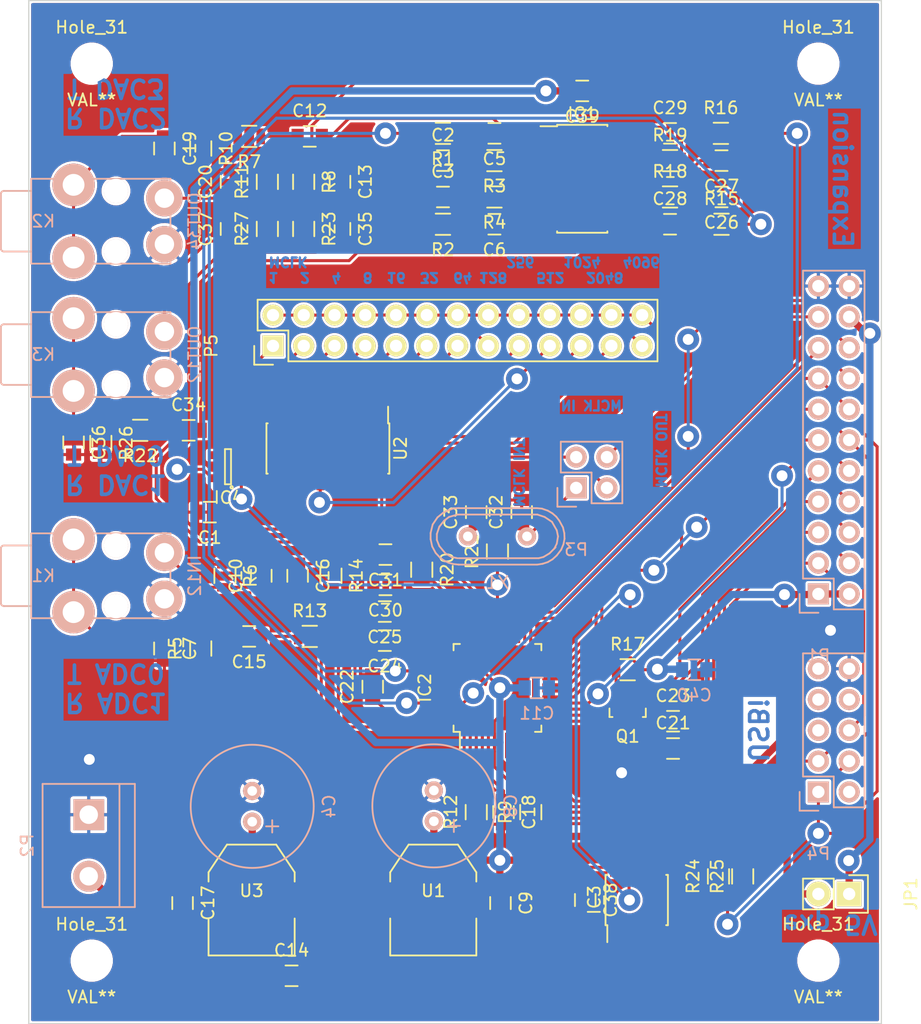
<source format=kicad_pcb>
(kicad_pcb (version 4) (host pcbnew 4.0.1-stable)
  (layers (0 F.Cu signal) (31 B.Cu signal) (34 B.Paste user) (35 F.Paste user) (36 B.SilkS user) (37 F.SilkS user) (38 B.Mask user) (39 F.Mask user) (44 Edge.Cuts user))
  (net 0 "")
  (net 1 GND)
  (net 2 "Net-(C2-Pad2)")
  (net 3 "Net-(C3-Pad2)")
  (net 4 "Net-(C12-Pad2)")
  (net 5 "Net-(C5-Pad2)")
  (net 6 "Net-(C13-Pad2)")
  (net 7 "Net-(C6-Pad2)")
  (net 8 "Net-(C15-Pad2)")
  (net 9 3V3)
  (net 10 "Net-(C10-Pad1)")
  (net 11 "Net-(C12-Pad1)")
  (net 12 "Net-(C13-Pad1)")
  (net 13 "Net-(C15-Pad1)")
  (net 14 "Net-(C16-Pad1)")
  (net 15 "Net-(C19-Pad1)")
  (net 16 "Net-(C20-Pad1)")
  (net 17 "Net-(C21-Pad1)")
  (net 18 "Net-(C22-Pad1)")
  (net 19 "Net-(C24-Pad1)")
  (net 20 "Net-(C25-Pad1)")
  (net 21 "Net-(C26-Pad2)")
  (net 22 "Net-(C27-Pad2)")
  (net 23 "Net-(C28-Pad1)")
  (net 24 "Net-(C28-Pad2)")
  (net 25 "Net-(C29-Pad1)")
  (net 26 "Net-(C29-Pad2)")
  (net 27 "Net-(C30-Pad1)")
  (net 28 "Net-(C31-Pad1)")
  (net 29 "Net-(C32-Pad1)")
  (net 30 "Net-(C33-Pad1)")
  (net 31 "Net-(C34-Pad1)")
  (net 32 "Net-(C35-Pad1)")
  (net 33 "Net-(C36-Pad1)")
  (net 34 "Net-(C37-Pad1)")
  (net 35 "Net-(IC2-Pad2)")
  (net 36 "Net-(IC2-Pad3)")
  (net 37 "Net-(IC2-Pad4)")
  (net 38 /MP4)
  (net 39 /MP5)
  (net 40 /MP1)
  (net 41 /MP0)
  (net 42 /MP7)
  (net 43 /MP6)
  (net 44 /MP10)
  (net 45 "Net-(IC2-Pad17)")
  (net 46 /MP11)
  (net 47 /WB)
  (net 48 /WP)
  (net 49 /SDA)
  (net 50 /SCL)
  (net 51 /MP9)
  (net 52 /MP8)
  (net 53 /MP3)
  (net 54 /MP2)
  (net 55 "Net-(IC2-Pad31)")
  (net 56 "Net-(IC2-Pad32)")
  (net 57 /DAC3)
  (net 58 /DAC2)
  (net 59 /DAC1)
  (net 60 /_RESET)
  (net 61 "Net-(JP1-Pad1)")
  (net 62 /MCLK)
  (net 63 "Net-(P3-Pad2)")
  (net 64 "Net-(P5-Pad25)")
  (net 65 "Net-(P5-Pad13)")
  (net 66 "Net-(P5-Pad11)")
  (net 67 "Net-(P5-Pad15)")
  (net 68 "Net-(P5-Pad9)")
  (net 69 "Net-(P5-Pad7)")
  (net 70 "Net-(P5-Pad5)")
  (net 71 "Net-(P5-Pad3)")
  (net 72 "Net-(P5-Pad19)")
  (net 73 "Net-(P5-Pad17)")
  (net 74 "Net-(P5-Pad21)")
  (net 75 "Net-(P5-Pad23)")
  (net 76 +5V)
  (net 77 "Net-(C14-Pad1)")
  (net 78 "Net-(IC4-Pad4)")
  (net 79 /DAC0)
  (module alexmod:Hole_31 (layer F.Cu) (at 29 101)
    (fp_text reference Hole_31 (at 0 -3) (layer F.SilkS))
    (fp_text value VAL** (at 0 3) (layer F.SilkS))
    (pad "" np_thru_hole circle (at 0 0) (size 3.1 3.1) (drill 3.1) (layers *.Cu))
  )
  (module alexmod:Hole_31 (layer F.Cu) (at 89 101)
    (fp_text reference Hole_31 (at 0 -3) (layer F.SilkS))
    (fp_text value VAL** (at 0 3) (layer F.SilkS))
    (pad "" np_thru_hole circle (at 0 0) (size 3.1 3.1) (drill 3.1) (layers *.Cu))
  )
  (module alexmod:Hole_31 (layer F.Cu) (at 89 27)
    (fp_text reference Hole_31 (at 0 -3) (layer F.SilkS))
    (fp_text value VAL** (at 0 3) (layer F.SilkS))
    (pad "" np_thru_hole circle (at 0 0) (size 3.1 3.1) (drill 3.1) (layers *.Cu))
  )
  (module Resistors_SMD:R_0805 (layer F.Cu) (at 48.75 69.25 270)
    (fp_text reference R14 (at 0 -2.1 270) (layer F.SilkS))
    (fp_text value 18k)
    (pad 1 smd rect (at -0.95 0 270) (size 0.7 1.3) (layers F.Cu F.Paste F.Mask) (net 14 "Net-(C16-Pad1)"))
    (pad 2 smd rect (at 0.95 0 270) (size 0.7 1.3) (layers F.Cu F.Paste F.Mask) (net 37 "Net-(IC2-Pad4)"))
  )
  (module Housings_SOIC:SOIC-16_3.9x9.9mm_Pitch1.27mm (layer F.Cu) (at 48.5 58.75 270)
    (fp_text reference U2 (at 0 -6 270) (layer F.SilkS))
    (fp_text value 4040)
    (pad 1 smd rect (at -2.7 -4.445 270) (size 1.5 0.6) (layers F.Cu F.Paste F.Mask) (net 64 "Net-(P5-Pad25)"))
    (pad 2 smd rect (at -2.7 -3.175 270) (size 1.5 0.6) (layers F.Cu F.Paste F.Mask) (net 65 "Net-(P5-Pad13)"))
    (pad 3 smd rect (at -2.7 -1.905 270) (size 1.5 0.6) (layers F.Cu F.Paste F.Mask) (net 66 "Net-(P5-Pad11)"))
    (pad 4 smd rect (at -2.7 -0.635 270) (size 1.5 0.6) (layers F.Cu F.Paste F.Mask) (net 67 "Net-(P5-Pad15)"))
    (pad 5 smd rect (at -2.7 0.635 270) (size 1.5 0.6) (layers F.Cu F.Paste F.Mask) (net 68 "Net-(P5-Pad9)"))
    (pad 6 smd rect (at -2.7 1.905 270) (size 1.5 0.6) (layers F.Cu F.Paste F.Mask) (net 69 "Net-(P5-Pad7)"))
    (pad 7 smd rect (at -2.7 3.175 270) (size 1.5 0.6) (layers F.Cu F.Paste F.Mask) (net 70 "Net-(P5-Pad5)"))
    (pad 8 smd rect (at -2.7 4.445 270) (size 1.5 0.6) (layers F.Cu F.Paste F.Mask) (net 1 GND))
    (pad 9 smd rect (at 2.7 4.445 270) (size 1.5 0.6) (layers F.Cu F.Paste F.Mask) (net 71 "Net-(P5-Pad3)"))
    (pad 10 smd rect (at 2.7 3.175 270) (size 1.5 0.6) (layers F.Cu F.Paste F.Mask) (net 78 "Net-(IC4-Pad4)"))
    (pad 11 smd rect (at 2.7 1.905 270) (size 1.5 0.6) (layers F.Cu F.Paste F.Mask) (net 1 GND))
    (pad 12 smd rect (at 2.7 0.635 270) (size 1.5 0.6) (layers F.Cu F.Paste F.Mask) (net 72 "Net-(P5-Pad19)"))
    (pad 13 smd rect (at 2.7 -0.635 270) (size 1.5 0.6) (layers F.Cu F.Paste F.Mask) (net 73 "Net-(P5-Pad17)"))
    (pad 14 smd rect (at 2.7 -1.905 270) (size 1.5 0.6) (layers F.Cu F.Paste F.Mask) (net 74 "Net-(P5-Pad21)"))
    (pad 15 smd rect (at 2.7 -3.175 270) (size 1.5 0.6) (layers F.Cu F.Paste F.Mask) (net 75 "Net-(P5-Pad23)"))
    (pad 16 smd rect (at 2.7 -4.445 270) (size 1.5 0.6) (layers F.Cu F.Paste F.Mask) (net 9 3V3))
  )
  (module Pin_Headers:Pin_Header_Straight_2x13 (layer F.Cu) (at 43.966 50.285732 90)
    (fp_text reference P5 (at 0 -5.1 90) (layer F.SilkS))
    (fp_text value CONN_02X13)
    (pad 1 thru_hole rect (at 0 0 90) (size 1.7272 1.7272) (drill 1.016) (layers *.Cu *.Mask F.SilkS) (net 78 "Net-(IC4-Pad4)"))
    (pad 2 thru_hole oval (at 2.54 0 90) (size 1.7272 1.7272) (drill 1.016) (layers *.Cu *.Mask F.SilkS) (net 63 "Net-(P3-Pad2)"))
    (pad 3 thru_hole oval (at 0 2.54 90) (size 1.7272 1.7272) (drill 1.016) (layers *.Cu *.Mask F.SilkS) (net 71 "Net-(P5-Pad3)"))
    (pad 4 thru_hole oval (at 2.54 2.54 90) (size 1.7272 1.7272) (drill 1.016) (layers *.Cu *.Mask F.SilkS) (net 63 "Net-(P3-Pad2)"))
    (pad 5 thru_hole oval (at 0 5.08 90) (size 1.7272 1.7272) (drill 1.016) (layers *.Cu *.Mask F.SilkS) (net 70 "Net-(P5-Pad5)"))
    (pad 6 thru_hole oval (at 2.54 5.08 90) (size 1.7272 1.7272) (drill 1.016) (layers *.Cu *.Mask F.SilkS) (net 63 "Net-(P3-Pad2)"))
    (pad 7 thru_hole oval (at 0 7.62 90) (size 1.7272 1.7272) (drill 1.016) (layers *.Cu *.Mask F.SilkS) (net 69 "Net-(P5-Pad7)"))
    (pad 8 thru_hole oval (at 2.54 7.62 90) (size 1.7272 1.7272) (drill 1.016) (layers *.Cu *.Mask F.SilkS) (net 63 "Net-(P3-Pad2)"))
    (pad 9 thru_hole oval (at 0 10.16 90) (size 1.7272 1.7272) (drill 1.016) (layers *.Cu *.Mask F.SilkS) (net 68 "Net-(P5-Pad9)"))
    (pad 10 thru_hole oval (at 2.54 10.16 90) (size 1.7272 1.7272) (drill 1.016) (layers *.Cu *.Mask F.SilkS) (net 63 "Net-(P3-Pad2)"))
    (pad 11 thru_hole oval (at 0 12.7 90) (size 1.7272 1.7272) (drill 1.016) (layers *.Cu *.Mask F.SilkS) (net 66 "Net-(P5-Pad11)"))
    (pad 12 thru_hole oval (at 2.54 12.7 90) (size 1.7272 1.7272) (drill 1.016) (layers *.Cu *.Mask F.SilkS) (net 63 "Net-(P3-Pad2)"))
    (pad 13 thru_hole oval (at 0 15.24 90) (size 1.7272 1.7272) (drill 1.016) (layers *.Cu *.Mask F.SilkS) (net 65 "Net-(P5-Pad13)"))
    (pad 14 thru_hole oval (at 2.54 15.24 90) (size 1.7272 1.7272) (drill 1.016) (layers *.Cu *.Mask F.SilkS) (net 63 "Net-(P3-Pad2)"))
    (pad 15 thru_hole oval (at 0 17.78 90) (size 1.7272 1.7272) (drill 1.016) (layers *.Cu *.Mask F.SilkS) (net 67 "Net-(P5-Pad15)"))
    (pad 16 thru_hole oval (at 2.54 17.78 90) (size 1.7272 1.7272) (drill 1.016) (layers *.Cu *.Mask F.SilkS) (net 63 "Net-(P3-Pad2)"))
    (pad 17 thru_hole oval (at 0 20.32 90) (size 1.7272 1.7272) (drill 1.016) (layers *.Cu *.Mask F.SilkS) (net 73 "Net-(P5-Pad17)"))
    (pad 18 thru_hole oval (at 2.54 20.32 90) (size 1.7272 1.7272) (drill 1.016) (layers *.Cu *.Mask F.SilkS) (net 63 "Net-(P3-Pad2)"))
    (pad 19 thru_hole oval (at 0 22.86 90) (size 1.7272 1.7272) (drill 1.016) (layers *.Cu *.Mask F.SilkS) (net 72 "Net-(P5-Pad19)"))
    (pad 20 thru_hole oval (at 2.54 22.86 90) (size 1.7272 1.7272) (drill 1.016) (layers *.Cu *.Mask F.SilkS) (net 63 "Net-(P3-Pad2)"))
    (pad 21 thru_hole oval (at 0 25.4 90) (size 1.7272 1.7272) (drill 1.016) (layers *.Cu *.Mask F.SilkS) (net 74 "Net-(P5-Pad21)"))
    (pad 22 thru_hole oval (at 2.54 25.4 90) (size 1.7272 1.7272) (drill 1.016) (layers *.Cu *.Mask F.SilkS) (net 63 "Net-(P3-Pad2)"))
    (pad 23 thru_hole oval (at 0 27.94 90) (size 1.7272 1.7272) (drill 1.016) (layers *.Cu *.Mask F.SilkS) (net 75 "Net-(P5-Pad23)"))
    (pad 24 thru_hole oval (at 2.54 27.94 90) (size 1.7272 1.7272) (drill 1.016) (layers *.Cu *.Mask F.SilkS) (net 63 "Net-(P3-Pad2)"))
    (pad 25 thru_hole oval (at 0 30.48 90) (size 1.7272 1.7272) (drill 1.016) (layers *.Cu *.Mask F.SilkS) (net 64 "Net-(P5-Pad25)"))
    (pad 26 thru_hole oval (at 2.54 30.48 90) (size 1.7272 1.7272) (drill 1.016) (layers *.Cu *.Mask F.SilkS) (net 63 "Net-(P3-Pad2)"))
  )
  (module Capacitors_SMD:C_0805 (layer F.Cu) (at 60.75 64 90)
    (fp_text reference C33 (at 0 -2.1 90) (layer F.SilkS))
    (fp_text value 22p)
    (pad 1 smd rect (at -1 0 90) (size 1 1.25) (layers F.Cu F.Paste F.Mask) (net 30 "Net-(C33-Pad1)"))
    (pad 2 smd rect (at 1 0 90) (size 1 1.25) (layers F.Cu F.Paste F.Mask) (net 1 GND))
  )
  (module Crystals:Crystal_HC49-U_Vertical (layer B.Cu) (at 62.5 66)
    (fp_text reference X1 (at 0 3.81) (layer B.SilkS) (effects (justify mirror)))
    (fp_text value 12M288Hz)
    (pad 1 thru_hole circle (at -2.44094 0) (size 1.50114 1.50114) (drill 0.8001) (layers *.Cu *.Mask B.SilkS) (net 30 "Net-(C33-Pad1)"))
    (pad 2 thru_hole circle (at 2.44094 0) (size 1.50114 1.50114) (drill 0.8001) (layers *.Cu *.Mask B.SilkS) (net 29 "Net-(C32-Pad1)"))
  )
  (module Capacitors_SMD:C_0805 (layer F.Cu) (at 64.5 64 90)
    (fp_text reference C32 (at 0 -2.1 90) (layer F.SilkS))
    (fp_text value 22p)
    (pad 1 smd rect (at -1 0 90) (size 1 1.25) (layers F.Cu F.Paste F.Mask) (net 29 "Net-(C32-Pad1)"))
    (pad 2 smd rect (at 1 0 90) (size 1 1.25) (layers F.Cu F.Paste F.Mask) (net 1 GND))
  )
  (module Housings_QFP:LQFP-48_7x7mm_Pitch0.5mm (layer F.Cu) (at 62.5 78.5 90)
    (fp_text reference IC2 (at 0 -6 90) (layer F.SilkS))
    (fp_text value ADAU1701)
    (pad 1 smd rect (at -4.35 -2.75 90) (size 1.3 0.25) (layers F.Cu F.Paste F.Mask) (net 1 GND))
    (pad 2 smd rect (at -4.35 -2.25 90) (size 1.3 0.25) (layers F.Cu F.Paste F.Mask) (net 35 "Net-(IC2-Pad2)"))
    (pad 3 smd rect (at -4.35 -1.75 90) (size 1.3 0.25) (layers F.Cu F.Paste F.Mask) (net 36 "Net-(IC2-Pad3)"))
    (pad 4 smd rect (at -4.35 -1.25 90) (size 1.3 0.25) (layers F.Cu F.Paste F.Mask) (net 37 "Net-(IC2-Pad4)"))
    (pad 5 smd rect (at -4.35 -0.75 90) (size 1.3 0.25) (layers F.Cu F.Paste F.Mask) (net 60 /_RESET))
    (pad 6 smd rect (at -4.35 -0.25 90) (size 1.3 0.25) (layers F.Cu F.Paste F.Mask) (net 9 3V3))
    (pad 7 smd rect (at -4.35 0.25 90) (size 1.3 0.25) (layers F.Cu F.Paste F.Mask) (net 1 GND))
    (pad 8 smd rect (at -4.35 0.75 90) (size 1.3 0.25) (layers F.Cu F.Paste F.Mask) (net 38 /MP4))
    (pad 9 smd rect (at -4.35 1.25 90) (size 1.3 0.25) (layers F.Cu F.Paste F.Mask) (net 39 /MP5))
    (pad 10 smd rect (at -4.35 1.75 90) (size 1.3 0.25) (layers F.Cu F.Paste F.Mask) (net 40 /MP1))
    (pad 11 smd rect (at -4.35 2.25 90) (size 1.3 0.25) (layers F.Cu F.Paste F.Mask) (net 41 /MP0))
    (pad 12 smd rect (at -4.35 2.75 90) (size 1.3 0.25) (layers F.Cu F.Paste F.Mask) (net 1 GND))
    (pad 13 smd rect (at -2.75 4.35 180) (size 1.3 0.25) (layers F.Cu F.Paste F.Mask) (net 17 "Net-(C21-Pad1)"))
    (pad 14 smd rect (at -2.25 4.35 180) (size 1.3 0.25) (layers F.Cu F.Paste F.Mask) (net 42 /MP7))
    (pad 15 smd rect (at -1.75 4.35 180) (size 1.3 0.25) (layers F.Cu F.Paste F.Mask) (net 43 /MP6))
    (pad 16 smd rect (at -1.25 4.35 180) (size 1.3 0.25) (layers F.Cu F.Paste F.Mask) (net 44 /MP10))
    (pad 17 smd rect (at -0.75 4.35 180) (size 1.3 0.25) (layers F.Cu F.Paste F.Mask) (net 45 "Net-(IC2-Pad17)"))
    (pad 18 smd rect (at -0.25 4.35 180) (size 1.3 0.25) (layers F.Cu F.Paste F.Mask) (net 9 3V3))
    (pad 19 smd rect (at 0.25 4.35 180) (size 1.3 0.25) (layers F.Cu F.Paste F.Mask) (net 46 /MP11))
    (pad 20 smd rect (at 0.75 4.35 180) (size 1.3 0.25) (layers F.Cu F.Paste F.Mask) (net 47 /WB))
    (pad 21 smd rect (at 1.25 4.35 180) (size 1.3 0.25) (layers F.Cu F.Paste F.Mask) (net 48 /WP))
    (pad 22 smd rect (at 1.75 4.35 180) (size 1.3 0.25) (layers F.Cu F.Paste F.Mask) (net 49 /SDA))
    (pad 23 smd rect (at 2.25 4.35 180) (size 1.3 0.25) (layers F.Cu F.Paste F.Mask) (net 50 /SCL))
    (pad 24 smd rect (at 2.75 4.35 180) (size 1.3 0.25) (layers F.Cu F.Paste F.Mask) (net 17 "Net-(C21-Pad1)"))
    (pad 25 smd rect (at 4.35 2.75 90) (size 1.3 0.25) (layers F.Cu F.Paste F.Mask) (net 1 GND))
    (pad 26 smd rect (at 4.35 2.25 90) (size 1.3 0.25) (layers F.Cu F.Paste F.Mask) (net 51 /MP9))
    (pad 27 smd rect (at 4.35 1.75 90) (size 1.3 0.25) (layers F.Cu F.Paste F.Mask) (net 52 /MP8))
    (pad 28 smd rect (at 4.35 1.25 90) (size 1.3 0.25) (layers F.Cu F.Paste F.Mask) (net 53 /MP3))
    (pad 29 smd rect (at 4.35 0.75 90) (size 1.3 0.25) (layers F.Cu F.Paste F.Mask) (net 54 /MP2))
    (pad 30 smd rect (at 4.35 0.25 90) (size 1.3 0.25) (layers F.Cu F.Paste F.Mask) (net 1 GND))
    (pad 31 smd rect (at 4.35 -0.25 90) (size 1.3 0.25) (layers F.Cu F.Paste F.Mask) (net 55 "Net-(IC2-Pad31)"))
    (pad 32 smd rect (at 4.35 -0.75 90) (size 1.3 0.25) (layers F.Cu F.Paste F.Mask) (net 56 "Net-(IC2-Pad32)"))
    (pad 33 smd rect (at 4.35 -1.25 90) (size 1.3 0.25) (layers F.Cu F.Paste F.Mask) (net 1 GND))
    (pad 34 smd rect (at 4.35 -1.75 90) (size 1.3 0.25) (layers F.Cu F.Paste F.Mask) (net 9 3V3))
    (pad 35 smd rect (at 4.35 -2.25 90) (size 1.3 0.25) (layers F.Cu F.Paste F.Mask) (net 27 "Net-(C30-Pad1)"))
    (pad 36 smd rect (at 4.35 -2.75 90) (size 1.3 0.25) (layers F.Cu F.Paste F.Mask) (net 9 3V3))
    (pad 37 smd rect (at 2.75 -4.35 180) (size 1.3 0.25) (layers F.Cu F.Paste F.Mask) (net 1 GND))
    (pad 38 smd rect (at 2.25 -4.35 180) (size 1.3 0.25) (layers F.Cu F.Paste F.Mask) (net 1 GND))
    (pad 39 smd rect (at 1.75 -4.35 180) (size 1.3 0.25) (layers F.Cu F.Paste F.Mask) (net 9 3V3))
    (pad 40 smd rect (at 1.25 -4.35 180) (size 1.3 0.25) (layers F.Cu F.Paste F.Mask) (net 20 "Net-(C25-Pad1)"))
    (pad 41 smd rect (at 0.75 -4.35 180) (size 1.3 0.25) (layers F.Cu F.Paste F.Mask) (net 19 "Net-(C24-Pad1)"))
    (pad 42 smd rect (at 0.25 -4.35 180) (size 1.3 0.25) (layers F.Cu F.Paste F.Mask) (net 1 GND))
    (pad 43 smd rect (at -0.25 -4.35 180) (size 1.3 0.25) (layers F.Cu F.Paste F.Mask) (net 57 /DAC3))
    (pad 44 smd rect (at -0.75 -4.35 180) (size 1.3 0.25) (layers F.Cu F.Paste F.Mask) (net 58 /DAC2))
    (pad 45 smd rect (at -1.25 -4.35 180) (size 1.3 0.25) (layers F.Cu F.Paste F.Mask) (net 59 /DAC1))
    (pad 46 smd rect (at -1.75 -4.35 180) (size 1.3 0.25) (layers F.Cu F.Paste F.Mask) (net 79 /DAC0))
    (pad 47 smd rect (at -2.25 -4.35 180) (size 1.3 0.25) (layers F.Cu F.Paste F.Mask) (net 18 "Net-(C22-Pad1)"))
    (pad 48 smd rect (at -2.75 -4.35 180) (size 1.3 0.25) (layers F.Cu F.Paste F.Mask) (net 9 3V3))
  )
  (module Pin_Headers:Pin_Header_Straight_2x02 (layer B.Cu) (at 69 62)
    (fp_text reference P3 (at 0 5.1) (layer B.SilkS) (effects (justify mirror)))
    (fp_text value CONN_02X02)
    (pad 1 thru_hole rect (at 0 0) (size 1.7272 1.7272) (drill 1.016) (layers *.Cu *.Mask B.SilkS) (net 29 "Net-(C32-Pad1)"))
    (pad 2 thru_hole oval (at 2.54 0) (size 1.7272 1.7272) (drill 1.016) (layers *.Cu *.Mask B.SilkS) (net 63 "Net-(P3-Pad2)"))
    (pad 3 thru_hole oval (at 0 -2.54) (size 1.7272 1.7272) (drill 1.016) (layers *.Cu *.Mask B.SilkS) (net 56 "Net-(IC2-Pad32)"))
    (pad 4 thru_hole oval (at 2.54 -2.54) (size 1.7272 1.7272) (drill 1.016) (layers *.Cu *.Mask B.SilkS) (net 62 /MCLK))
  )
  (module Resistors_SMD:R_0805 (layer F.Cu) (at 58 40.25 180)
    (fp_text reference R2 (at 0 -2.1 180) (layer F.SilkS))
    (fp_text value 4k75)
    (pad 1 smd rect (at -0.95 0 180) (size 0.7 1.3) (layers F.Cu F.Paste F.Mask) (net 7 "Net-(C6-Pad2)"))
    (pad 2 smd rect (at 0.95 0 180) (size 0.7 1.3) (layers F.Cu F.Paste F.Mask) (net 58 /DAC2))
  )
  (module Pin_Headers:Pin_Header_Straight_2x05 (layer B.Cu) (at 89 87.08)
    (fp_text reference P4 (at 0 5.1) (layer B.SilkS) (effects (justify mirror)))
    (fp_text value USBi)
    (pad 1 thru_hole rect (at 0 0) (size 1.7272 1.7272) (drill 1.016) (layers *.Cu *.Mask B.SilkS) (net 50 /SCL))
    (pad 2 thru_hole oval (at 2.54 0) (size 1.7272 1.7272) (drill 1.016) (layers *.Cu *.Mask B.SilkS))
    (pad 3 thru_hole oval (at 0 -2.54) (size 1.7272 1.7272) (drill 1.016) (layers *.Cu *.Mask B.SilkS) (net 49 /SDA))
    (pad 4 thru_hole oval (at 2.54 -2.54) (size 1.7272 1.7272) (drill 1.016) (layers *.Cu *.Mask B.SilkS) (net 76 +5V))
    (pad 5 thru_hole oval (at 0 -5.08) (size 1.7272 1.7272) (drill 1.016) (layers *.Cu *.Mask B.SilkS))
    (pad 6 thru_hole oval (at 2.54 -5.08) (size 1.7272 1.7272) (drill 1.016) (layers *.Cu *.Mask B.SilkS) (net 60 /_RESET))
    (pad 7 thru_hole oval (at 0 -7.62) (size 1.7272 1.7272) (drill 1.016) (layers *.Cu *.Mask B.SilkS))
    (pad 8 thru_hole oval (at 2.54 -7.62) (size 1.7272 1.7272) (drill 1.016) (layers *.Cu *.Mask B.SilkS))
    (pad 9 thru_hole oval (at 0 -10.16) (size 1.7272 1.7272) (drill 1.016) (layers *.Cu *.Mask B.SilkS))
    (pad 10 thru_hole oval (at 2.54 -10.16) (size 1.7272 1.7272) (drill 1.016) (layers *.Cu *.Mask B.SilkS) (net 1 GND))
  )
  (module Resistors_SMD:R_0805 (layer F.Cu) (at 62.5 67.25 90)
    (fp_text reference R21 (at 0 -2.1 90) (layer F.SilkS))
    (fp_text value 100R)
    (pad 1 smd rect (at -0.95 0 90) (size 0.7 1.3) (layers F.Cu F.Paste F.Mask) (net 55 "Net-(IC2-Pad31)"))
    (pad 2 smd rect (at 0.95 0 90) (size 0.7 1.3) (layers F.Cu F.Paste F.Mask) (net 30 "Net-(C33-Pad1)"))
  )
  (module Capacitors_SMD:C_0805 (layer F.Cu) (at 40.5 40.638 90)
    (fp_text reference C37 (at 0 -2.1 90) (layer F.SilkS))
    (fp_text value 3n3)
    (pad 1 smd rect (at -1 0 90) (size 1 1.25) (layers F.Cu F.Paste F.Mask) (net 34 "Net-(C37-Pad1)"))
    (pad 2 smd rect (at 1 0 90) (size 1 1.25) (layers F.Cu F.Paste F.Mask) (net 1 GND))
  )
  (module Resistors_SMD:R_0805 (layer F.Cu) (at 46.5 40.638 270)
    (fp_text reference R23 (at 0 -2.1 270) (layer F.SilkS))
    (fp_text value 680)
    (pad 1 smd rect (at -0.95 0 270) (size 0.7 1.3) (layers F.Cu F.Paste F.Mask) (net 32 "Net-(C35-Pad1)"))
    (pad 2 smd rect (at 0.95 0 270) (size 0.7 1.3) (layers F.Cu F.Paste F.Mask) (net 34 "Net-(C37-Pad1)"))
  )
  (module Resistors_SMD:R_0805 (layer F.Cu) (at 43.5 40.638 90)
    (fp_text reference R27 (at 0 -2.1 90) (layer F.SilkS))
    (fp_text value 47k)
    (pad 1 smd rect (at -0.95 0 90) (size 0.7 1.3) (layers F.Cu F.Paste F.Mask) (net 34 "Net-(C37-Pad1)"))
    (pad 2 smd rect (at 0.95 0 90) (size 0.7 1.3) (layers F.Cu F.Paste F.Mask) (net 1 GND))
  )
  (module Capacitors_SMD:C_0805 (layer F.Cu) (at 49.5 40.638 270)
    (fp_text reference C35 (at 0 -2.1 270) (layer F.SilkS))
    (fp_text value 10u)
    (pad 1 smd rect (at -1 0 270) (size 1 1.25) (layers F.Cu F.Paste F.Mask) (net 32 "Net-(C35-Pad1)"))
    (pad 2 smd rect (at 1 0 270) (size 1 1.25) (layers F.Cu F.Paste F.Mask) (net 25 "Net-(C29-Pad1)"))
  )
  (module Capacitors_SMD:C_0805 (layer F.Cu) (at 53.2 72.2 180)
    (fp_text reference C25 (at 0 -2.1 180) (layer F.SilkS))
    (fp_text value 10u)
    (pad 1 smd rect (at -1 0 180) (size 1 1.25) (layers F.Cu F.Paste F.Mask) (net 20 "Net-(C25-Pad1)"))
    (pad 2 smd rect (at 1 0 180) (size 1 1.25) (layers F.Cu F.Paste F.Mask) (net 1 GND))
  )
  (module Pin_Headers:Pin_Header_Straight_2x11 (layer B.Cu) (at 89 70.75)
    (fp_text reference P1 (at 0 5.1) (layer B.SilkS) (effects (justify mirror)))
    (fp_text value CONN_02X11)
    (pad 1 thru_hole rect (at 0 0) (size 1.7272 1.7272) (drill 1.016) (layers *.Cu *.Mask B.SilkS) (net 9 3V3))
    (pad 2 thru_hole oval (at 2.54 0) (size 1.7272 1.7272) (drill 1.016) (layers *.Cu *.Mask B.SilkS) (net 9 3V3))
    (pad 3 thru_hole oval (at 0 -2.54) (size 1.7272 1.7272) (drill 1.016) (layers *.Cu *.Mask B.SilkS) (net 60 /_RESET))
    (pad 4 thru_hole oval (at 2.54 -2.54) (size 1.7272 1.7272) (drill 1.016) (layers *.Cu *.Mask B.SilkS) (net 38 /MP4))
    (pad 5 thru_hole oval (at 0 -5.08) (size 1.7272 1.7272) (drill 1.016) (layers *.Cu *.Mask B.SilkS) (net 39 /MP5))
    (pad 6 thru_hole oval (at 2.54 -5.08) (size 1.7272 1.7272) (drill 1.016) (layers *.Cu *.Mask B.SilkS) (net 40 /MP1))
    (pad 7 thru_hole oval (at 0 -7.62) (size 1.7272 1.7272) (drill 1.016) (layers *.Cu *.Mask B.SilkS) (net 41 /MP0))
    (pad 8 thru_hole oval (at 2.54 -7.62) (size 1.7272 1.7272) (drill 1.016) (layers *.Cu *.Mask B.SilkS) (net 42 /MP7))
    (pad 9 thru_hole oval (at 0 -10.16) (size 1.7272 1.7272) (drill 1.016) (layers *.Cu *.Mask B.SilkS) (net 43 /MP6))
    (pad 10 thru_hole oval (at 2.54 -10.16) (size 1.7272 1.7272) (drill 1.016) (layers *.Cu *.Mask B.SilkS) (net 44 /MP10))
    (pad 11 thru_hole oval (at 0 -12.7) (size 1.7272 1.7272) (drill 1.016) (layers *.Cu *.Mask B.SilkS) (net 46 /MP11))
    (pad 12 thru_hole oval (at 2.54 -12.7) (size 1.7272 1.7272) (drill 1.016) (layers *.Cu *.Mask B.SilkS) (net 49 /SDA))
    (pad 13 thru_hole oval (at 0 -15.24) (size 1.7272 1.7272) (drill 1.016) (layers *.Cu *.Mask B.SilkS) (net 47 /WB))
    (pad 14 thru_hole oval (at 2.54 -15.24) (size 1.7272 1.7272) (drill 1.016) (layers *.Cu *.Mask B.SilkS) (net 51 /MP9))
    (pad 15 thru_hole oval (at 0 -17.78) (size 1.7272 1.7272) (drill 1.016) (layers *.Cu *.Mask B.SilkS) (net 50 /SCL))
    (pad 16 thru_hole oval (at 2.54 -17.78) (size 1.7272 1.7272) (drill 1.016) (layers *.Cu *.Mask B.SilkS) (net 53 /MP3))
    (pad 17 thru_hole oval (at 0 -20.32) (size 1.7272 1.7272) (drill 1.016) (layers *.Cu *.Mask B.SilkS) (net 52 /MP8))
    (pad 18 thru_hole oval (at 2.54 -20.32) (size 1.7272 1.7272) (drill 1.016) (layers *.Cu *.Mask B.SilkS) (net 54 /MP2))
    (pad 19 thru_hole oval (at 0 -22.86) (size 1.7272 1.7272) (drill 1.016) (layers *.Cu *.Mask B.SilkS) (net 62 /MCLK))
    (pad 20 thru_hole oval (at 2.54 -22.86) (size 1.7272 1.7272) (drill 1.016) (layers *.Cu *.Mask B.SilkS) (net 61 "Net-(JP1-Pad1)"))
    (pad 21 thru_hole oval (at 0 -25.4) (size 1.7272 1.7272) (drill 1.016) (layers *.Cu *.Mask B.SilkS) (net 1 GND))
    (pad 22 thru_hole oval (at 2.54 -25.4) (size 1.7272 1.7272) (drill 1.016) (layers *.Cu *.Mask B.SilkS) (net 1 GND))
  )
  (module Housings_SOT-23_SOT-143_TSOT-6:SOT-23 (layer F.Cu) (at 73.25 80.25 180)
    (fp_text reference Q1 (at 0 -2.25 180) (layer F.SilkS))
    (fp_text value PNP)
    (pad 1 smd rect (at -0.95 1.00076 180) (size 0.8001 0.8001) (layers F.Cu F.Paste F.Mask) (net 9 3V3))
    (pad 2 smd rect (at 0.95 1.00076 180) (size 0.8001 0.8001) (layers F.Cu F.Paste F.Mask) (net 45 "Net-(IC2-Pad17)"))
    (pad 3 smd rect (at 0 -0.99822 180) (size 0.8001 0.8001) (layers F.Cu F.Paste F.Mask) (net 17 "Net-(C21-Pad1)"))
  )
  (module Resistors_SMD:R_0805 (layer F.Cu) (at 73.25 77)
    (fp_text reference R17 (at 0 -2.1) (layer F.SilkS))
    (fp_text value 1k)
    (pad 1 smd rect (at -0.95 0) (size 0.7 1.3) (layers F.Cu F.Paste F.Mask) (net 45 "Net-(IC2-Pad17)"))
    (pad 2 smd rect (at 0.95 0) (size 0.7 1.3) (layers F.Cu F.Paste F.Mask) (net 9 3V3))
  )
  (module Housings_SOIC:SOIC-8_3.9x4.9mm_Pitch1.27mm (layer F.Cu) (at 74 96 90)
    (fp_text reference IC3 (at 0 -3.5 90) (layer F.SilkS))
    (fp_text value 24AA256)
    (pad 1 smd rect (at -2.7 -1.905 90) (size 1.55 0.6) (layers F.Cu F.Paste F.Mask) (net 1 GND))
    (pad 2 smd rect (at -2.7 -0.635 90) (size 1.55 0.6) (layers F.Cu F.Paste F.Mask) (net 1 GND))
    (pad 3 smd rect (at -2.7 0.635 90) (size 1.55 0.6) (layers F.Cu F.Paste F.Mask) (net 1 GND))
    (pad 4 smd rect (at -2.7 1.905 90) (size 1.55 0.6) (layers F.Cu F.Paste F.Mask) (net 1 GND))
    (pad 5 smd rect (at 2.7 1.905 90) (size 1.55 0.6) (layers F.Cu F.Paste F.Mask) (net 49 /SDA))
    (pad 6 smd rect (at 2.7 0.635 90) (size 1.55 0.6) (layers F.Cu F.Paste F.Mask) (net 50 /SCL))
    (pad 7 smd rect (at 2.7 -0.635 90) (size 1.55 0.6) (layers F.Cu F.Paste F.Mask) (net 48 /WP))
    (pad 8 smd rect (at 2.7 -1.905 90) (size 1.55 0.6) (layers F.Cu F.Paste F.Mask) (net 9 3V3))
  )
  (module Resistors_SMD:R_0805 (layer F.Cu) (at 82.75 94.05 90)
    (fp_text reference R25 (at 0 -2.1 90) (layer F.SilkS))
    (fp_text value 10k)
    (pad 1 smd rect (at -0.95 0 90) (size 0.7 1.3) (layers F.Cu F.Paste F.Mask) (net 50 /SCL))
    (pad 2 smd rect (at 0.95 0 90) (size 0.7 1.3) (layers F.Cu F.Paste F.Mask) (net 9 3V3))
  )
  (module Resistors_SMD:R_0805 (layer F.Cu) (at 80.75 94.05 90)
    (fp_text reference R24 (at 0 -2.1 90) (layer F.SilkS))
    (fp_text value 10k)
    (pad 1 smd rect (at -0.95 0 90) (size 0.7 1.3) (layers F.Cu F.Paste F.Mask) (net 49 /SDA))
    (pad 2 smd rect (at 0.95 0 90) (size 0.7 1.3) (layers F.Cu F.Paste F.Mask) (net 9 3V3))
  )
  (module Capacitors_SMD:C_0805 (layer F.Cu) (at 62.25 40.25 180)
    (fp_text reference C6 (at 0 -2.1 180) (layer F.SilkS))
    (fp_text value 470p)
    (pad 1 smd rect (at -1 0 180) (size 1 1.25) (layers F.Cu F.Paste F.Mask) (net 6 "Net-(C13-Pad2)"))
    (pad 2 smd rect (at 1 0 180) (size 1 1.25) (layers F.Cu F.Paste F.Mask) (net 7 "Net-(C6-Pad2)"))
  )
  (module Housings_SOIC:SOIC-14_3.9x8.7mm_Pitch1.27mm (layer F.Cu) (at 69.5 36.5)
    (fp_text reference IC1 (at 0 -5.375) (layer F.SilkS))
    (fp_text value AD8608)
    (pad 1 smd rect (at -2.7 -3.81) (size 1.5 0.6) (layers F.Cu F.Paste F.Mask) (net 4 "Net-(C12-Pad2)"))
    (pad 2 smd rect (at -2.7 -2.54) (size 1.5 0.6) (layers F.Cu F.Paste F.Mask) (net 4 "Net-(C12-Pad2)"))
    (pad 3 smd rect (at -2.7 -1.27) (size 1.5 0.6) (layers F.Cu F.Paste F.Mask) (net 2 "Net-(C2-Pad2)"))
    (pad 4 smd rect (at -2.7 0) (size 1.5 0.6) (layers F.Cu F.Paste F.Mask) (net 9 3V3))
    (pad 5 smd rect (at -2.7 1.27) (size 1.5 0.6) (layers F.Cu F.Paste F.Mask) (net 3 "Net-(C3-Pad2)"))
    (pad 6 smd rect (at -2.7 2.54) (size 1.5 0.6) (layers F.Cu F.Paste F.Mask) (net 6 "Net-(C13-Pad2)"))
    (pad 7 smd rect (at -2.7 3.81) (size 1.5 0.6) (layers F.Cu F.Paste F.Mask) (net 6 "Net-(C13-Pad2)"))
    (pad 8 smd rect (at 2.7 3.81) (size 1.5 0.6) (layers F.Cu F.Paste F.Mask) (net 23 "Net-(C28-Pad1)"))
    (pad 9 smd rect (at 2.7 2.54) (size 1.5 0.6) (layers F.Cu F.Paste F.Mask) (net 23 "Net-(C28-Pad1)"))
    (pad 10 smd rect (at 2.7 1.27) (size 1.5 0.6) (layers F.Cu F.Paste F.Mask) (net 21 "Net-(C26-Pad2)"))
    (pad 11 smd rect (at 2.7 0) (size 1.5 0.6) (layers F.Cu F.Paste F.Mask) (net 1 GND))
    (pad 12 smd rect (at 2.7 -1.27) (size 1.5 0.6) (layers F.Cu F.Paste F.Mask) (net 22 "Net-(C27-Pad2)"))
    (pad 13 smd rect (at 2.7 -2.54) (size 1.5 0.6) (layers F.Cu F.Paste F.Mask) (net 25 "Net-(C29-Pad1)"))
    (pad 14 smd rect (at 2.7 -3.81) (size 1.5 0.6) (layers F.Cu F.Paste F.Mask) (net 25 "Net-(C29-Pad1)"))
  )
  (module Capacitors_SMD:C_0805 (layer F.Cu) (at 69.5 29.25 180)
    (fp_text reference C39 (at 0 -2.1 180) (layer F.SilkS))
    (fp_text value 100n)
    (pad 1 smd rect (at -1 0 180) (size 1 1.25) (layers F.Cu F.Paste F.Mask) (net 1 GND))
    (pad 2 smd rect (at 1 0 180) (size 1 1.25) (layers F.Cu F.Paste F.Mask) (net 9 3V3))
  )
  (module Resistors_SMD:R_0805 (layer F.Cu) (at 62.25 38 180)
    (fp_text reference R4 (at 0 -2.1 180) (layer F.SilkS))
    (fp_text value 4k75)
    (pad 1 smd rect (at -0.95 0 180) (size 0.7 1.3) (layers F.Cu F.Paste F.Mask) (net 3 "Net-(C3-Pad2)"))
    (pad 2 smd rect (at 0.95 0 180) (size 0.7 1.3) (layers F.Cu F.Paste F.Mask) (net 7 "Net-(C6-Pad2)"))
  )
  (module Capacitors_SMD:C_0805 (layer F.Cu) (at 49.5 36.75 270)
    (fp_text reference C13 (at 0 -2.1 270) (layer F.SilkS))
    (fp_text value 10u)
    (pad 1 smd rect (at -1 0 270) (size 1 1.25) (layers F.Cu F.Paste F.Mask) (net 12 "Net-(C13-Pad1)"))
    (pad 2 smd rect (at 1 0 270) (size 1 1.25) (layers F.Cu F.Paste F.Mask) (net 6 "Net-(C13-Pad2)"))
  )
  (module Resistors_SMD:R_0805 (layer F.Cu) (at 58 32.75 180)
    (fp_text reference R1 (at 0 -2.1 180) (layer F.SilkS))
    (fp_text value 4k75)
    (pad 1 smd rect (at -0.95 0 180) (size 0.7 1.3) (layers F.Cu F.Paste F.Mask) (net 5 "Net-(C5-Pad2)"))
    (pad 2 smd rect (at 0.95 0 180) (size 0.7 1.3) (layers F.Cu F.Paste F.Mask) (net 57 /DAC3))
  )
  (module Resistors_SMD:R_0805 (layer F.Cu) (at 62.25 35 180)
    (fp_text reference R3 (at 0 -2.1 180) (layer F.SilkS))
    (fp_text value 4k75)
    (pad 1 smd rect (at -0.95 0 180) (size 0.7 1.3) (layers F.Cu F.Paste F.Mask) (net 2 "Net-(C2-Pad2)"))
    (pad 2 smd rect (at 0.95 0 180) (size 0.7 1.3) (layers F.Cu F.Paste F.Mask) (net 5 "Net-(C5-Pad2)"))
  )
  (module Capacitors_Elko_ThroughHole:Elko_vert_20x10mm_RM2.5_CopperClear (layer B.Cu) (at 42.25 89.54 90)
    (fp_text reference C4 (at 1.27 6.35 90) (layer B.SilkS) (effects (justify mirror)))
    (fp_text value 220u)
    (pad 2 thru_hole circle (at 2.54 0 90) (size 1.50114 1.50114) (drill 0.8001) (layers *.Cu *.Mask B.SilkS) (net 1 GND))
    (pad 1 thru_hole circle (at 0 0 90) (size 1.50114 1.50114) (drill 0.8001) (layers *.Cu *.Mask B.SilkS) (net 76 +5V))
  )
  (module Capacitors_Elko_ThroughHole:Elko_vert_20x10mm_RM2.5_CopperClear (layer B.Cu) (at 57.25 89.5 90)
    (fp_text reference C8 (at 1.27 6.35 90) (layer B.SilkS) (effects (justify mirror)))
    (fp_text value 220u)
    (pad 2 thru_hole circle (at 2.54 0 90) (size 1.50114 1.50114) (drill 0.8001) (layers *.Cu *.Mask B.SilkS) (net 1 GND))
    (pad 1 thru_hole circle (at 0 0 90) (size 1.50114 1.50114) (drill 0.8001) (layers *.Cu *.Mask B.SilkS) (net 9 3V3))
  )
  (module Connect:bornier2 (layer B.Cu) (at 28.75 91.5 270)
    (fp_text reference P2 (at 0 5.08 270) (layer B.SilkS) (effects (justify mirror)))
    (fp_text value CONN_2)
    (pad 1 thru_hole rect (at -2.54 0 270) (size 2.54 2.54) (drill 1.524) (layers *.Cu *.Mask B.SilkS) (net 1 GND))
    (pad 2 thru_hole circle (at 2.54 0 270) (size 2.54 2.54) (drill 1.524) (layers *.Cu *.Mask B.SilkS) (net 77 "Net-(C14-Pad1)"))
  )
  (module Capacitors_SMD:C_0805 (layer F.Cu) (at 58 35)
    (fp_text reference C2 (at 0 -2.1) (layer F.SilkS))
    (fp_text value 150p)
    (pad 1 smd rect (at -1 0) (size 1 1.25) (layers F.Cu F.Paste F.Mask) (net 1 GND))
    (pad 2 smd rect (at 1 0) (size 1 1.25) (layers F.Cu F.Paste F.Mask) (net 2 "Net-(C2-Pad2)"))
  )
  (module Capacitors_SMD:C_0805 (layer F.Cu) (at 58 38)
    (fp_text reference C3 (at 0 -2.1) (layer F.SilkS))
    (fp_text value 150p)
    (pad 1 smd rect (at -1 0) (size 1 1.25) (layers F.Cu F.Paste F.Mask) (net 1 GND))
    (pad 2 smd rect (at 1 0) (size 1 1.25) (layers F.Cu F.Paste F.Mask) (net 3 "Net-(C3-Pad2)"))
  )
  (module Capacitors_SMD:C_0805 (layer F.Cu) (at 62.25 32.75 180)
    (fp_text reference C5 (at 0 -2.1 180) (layer F.SilkS))
    (fp_text value 470p)
    (pad 1 smd rect (at -1 0 180) (size 1 1.25) (layers F.Cu F.Paste F.Mask) (net 4 "Net-(C12-Pad2)"))
    (pad 2 smd rect (at 1 0 180) (size 1 1.25) (layers F.Cu F.Paste F.Mask) (net 5 "Net-(C5-Pad2)"))
  )
  (module Capacitors_SMD:C_0805 (layer F.Cu) (at 35 75.25 270)
    (fp_text reference C7 (at 0 -2.1 270) (layer F.SilkS))
    (fp_text value 100p)
    (pad 1 smd rect (at -1 0 270) (size 1 1.25) (layers F.Cu F.Paste F.Mask) (net 8 "Net-(C15-Pad2)"))
    (pad 2 smd rect (at 1 0 270) (size 1 1.25) (layers F.Cu F.Paste F.Mask) (net 1 GND))
  )
  (module Capacitors_SMD:C_0805 (layer F.Cu) (at 62.75 96.25 270)
    (fp_text reference C9 (at 0 -2.1 270) (layer F.SilkS))
    (fp_text value 10u)
    (pad 1 smd rect (at -1 0 270) (size 1 1.25) (layers F.Cu F.Paste F.Mask) (net 9 3V3))
    (pad 2 smd rect (at 1 0 270) (size 1 1.25) (layers F.Cu F.Paste F.Mask) (net 1 GND))
  )
  (module Capacitors_SMD:C_0805 (layer F.Cu) (at 43 69.25 90)
    (fp_text reference C10 (at 0 -2.1 90) (layer F.SilkS))
    (fp_text value 100p)
    (pad 1 smd rect (at -1 0 90) (size 1 1.25) (layers F.Cu F.Paste F.Mask) (net 10 "Net-(C10-Pad1)"))
    (pad 2 smd rect (at 1 0 90) (size 1 1.25) (layers F.Cu F.Paste F.Mask) (net 1 GND))
  )
  (module Capacitors_SMD:C_0805 (layer B.Cu) (at 65.75 78.5)
    (fp_text reference C11 (at 0 2.1) (layer B.SilkS) (effects (justify mirror)))
    (fp_text value 10u)
    (pad 1 smd rect (at -1 0) (size 1 1.25) (layers B.Cu B.Paste B.Mask) (net 9 3V3))
    (pad 2 smd rect (at 1 0) (size 1 1.25) (layers B.Cu B.Paste B.Mask) (net 1 GND))
  )
  (module Capacitors_SMD:C_0805 (layer F.Cu) (at 47 33)
    (fp_text reference C12 (at 0 -2.1) (layer F.SilkS))
    (fp_text value 10u)
    (pad 1 smd rect (at -1 0) (size 1 1.25) (layers F.Cu F.Paste F.Mask) (net 11 "Net-(C12-Pad1)"))
    (pad 2 smd rect (at 1 0) (size 1 1.25) (layers F.Cu F.Paste F.Mask) (net 4 "Net-(C12-Pad2)"))
  )
  (module Capacitors_SMD:C_0805 (layer F.Cu) (at 42 74.25 180)
    (fp_text reference C15 (at 0 -2.1 180) (layer F.SilkS))
    (fp_text value 10u)
    (pad 1 smd rect (at -1 0 180) (size 1 1.25) (layers F.Cu F.Paste F.Mask) (net 13 "Net-(C15-Pad1)"))
    (pad 2 smd rect (at 1 0 180) (size 1 1.25) (layers F.Cu F.Paste F.Mask) (net 8 "Net-(C15-Pad2)"))
  )
  (module Capacitors_SMD:C_0805 (layer F.Cu) (at 46 69.25 270)
    (fp_text reference C16 (at 0 -2.1 270) (layer F.SilkS))
    (fp_text value 10u)
    (pad 1 smd rect (at -1 0 270) (size 1 1.25) (layers F.Cu F.Paste F.Mask) (net 14 "Net-(C16-Pad1)"))
    (pad 2 smd rect (at 1 0 270) (size 1 1.25) (layers F.Cu F.Paste F.Mask) (net 10 "Net-(C10-Pad1)"))
  )
  (module Capacitors_SMD:C_0805 (layer F.Cu) (at 63 88.75 270)
    (fp_text reference C18 (at 0 -2.1 270) (layer F.SilkS))
    (fp_text value 10n)
    (pad 1 smd rect (at -1 0 270) (size 1 1.25) (layers F.Cu F.Paste F.Mask) (net 60 /_RESET))
    (pad 2 smd rect (at 1 0 270) (size 1 1.25) (layers F.Cu F.Paste F.Mask) (net 1 GND))
  )
  (module Capacitors_SMD:C_0805 (layer F.Cu) (at 35 34 270)
    (fp_text reference C19 (at 0 -2.1 270) (layer F.SilkS))
    (fp_text value 3n3)
    (pad 1 smd rect (at -1 0 270) (size 1 1.25) (layers F.Cu F.Paste F.Mask) (net 15 "Net-(C19-Pad1)"))
    (pad 2 smd rect (at 1 0 270) (size 1 1.25) (layers F.Cu F.Paste F.Mask) (net 1 GND))
  )
  (module Capacitors_SMD:C_0805 (layer F.Cu) (at 40.5 36.75 90)
    (fp_text reference C20 (at 0 -2.1 90) (layer F.SilkS))
    (fp_text value 3n3)
    (pad 1 smd rect (at -1 0 90) (size 1 1.25) (layers F.Cu F.Paste F.Mask) (net 16 "Net-(C20-Pad1)"))
    (pad 2 smd rect (at 1 0 90) (size 1 1.25) (layers F.Cu F.Paste F.Mask) (net 1 GND))
  )
  (module Capacitors_SMD:C_0805 (layer F.Cu) (at 77 83.5)
    (fp_text reference C21 (at 0 -2.1) (layer F.SilkS))
    (fp_text value 10u)
    (pad 1 smd rect (at -1 0) (size 1 1.25) (layers F.Cu F.Paste F.Mask) (net 17 "Net-(C21-Pad1)"))
    (pad 2 smd rect (at 1 0) (size 1 1.25) (layers F.Cu F.Paste F.Mask) (net 1 GND))
  )
  (module Capacitors_SMD:C_0805 (layer F.Cu) (at 52.2 78.4 90)
    (fp_text reference C22 (at 0 -2.1 90) (layer F.SilkS))
    (fp_text value 10u)
    (pad 1 smd rect (at -1 0 90) (size 1 1.25) (layers F.Cu F.Paste F.Mask) (net 18 "Net-(C22-Pad1)"))
    (pad 2 smd rect (at 1 0 90) (size 1 1.25) (layers F.Cu F.Paste F.Mask) (net 1 GND))
  )
  (module Capacitors_SMD:C_0805 (layer F.Cu) (at 77 81.25)
    (fp_text reference C23 (at 0 -2.1) (layer F.SilkS))
    (fp_text value 100n)
    (pad 1 smd rect (at -1 0) (size 1 1.25) (layers F.Cu F.Paste F.Mask) (net 17 "Net-(C21-Pad1)"))
    (pad 2 smd rect (at 1 0) (size 1 1.25) (layers F.Cu F.Paste F.Mask) (net 1 GND))
  )
  (module Capacitors_SMD:C_0805 (layer F.Cu) (at 53.2 74.6 180)
    (fp_text reference C24 (at 0 -2.1 180) (layer F.SilkS))
    (fp_text value 10u)
    (pad 1 smd rect (at -1 0 180) (size 1 1.25) (layers F.Cu F.Paste F.Mask) (net 19 "Net-(C24-Pad1)"))
    (pad 2 smd rect (at 1 0 180) (size 1 1.25) (layers F.Cu F.Paste F.Mask) (net 1 GND))
  )
  (module Capacitors_SMD:C_0805 (layer F.Cu) (at 81 38 180)
    (fp_text reference C26 (at 0 -2.1 180) (layer F.SilkS))
    (fp_text value 150p)
    (pad 1 smd rect (at -1 0 180) (size 1 1.25) (layers F.Cu F.Paste F.Mask) (net 1 GND))
    (pad 2 smd rect (at 1 0 180) (size 1 1.25) (layers F.Cu F.Paste F.Mask) (net 21 "Net-(C26-Pad2)"))
  )
  (module Capacitors_SMD:C_0805 (layer F.Cu) (at 81 35 180)
    (fp_text reference C27 (at 0 -2.1 180) (layer F.SilkS))
    (fp_text value 150p)
    (pad 1 smd rect (at -1 0 180) (size 1 1.25) (layers F.Cu F.Paste F.Mask) (net 1 GND))
    (pad 2 smd rect (at 1 0 180) (size 1 1.25) (layers F.Cu F.Paste F.Mask) (net 22 "Net-(C27-Pad2)"))
  )
  (module Capacitors_SMD:C_0805 (layer F.Cu) (at 76.75 40.25)
    (fp_text reference C28 (at 0 -2.1) (layer F.SilkS))
    (fp_text value 470p)
    (pad 1 smd rect (at -1 0) (size 1 1.25) (layers F.Cu F.Paste F.Mask) (net 23 "Net-(C28-Pad1)"))
    (pad 2 smd rect (at 1 0) (size 1 1.25) (layers F.Cu F.Paste F.Mask) (net 24 "Net-(C28-Pad2)"))
  )
  (module Capacitors_SMD:C_0805 (layer F.Cu) (at 76.75 32.75)
    (fp_text reference C29 (at 0 -2.1) (layer F.SilkS))
    (fp_text value 470p)
    (pad 1 smd rect (at -1 0) (size 1 1.25) (layers F.Cu F.Paste F.Mask) (net 25 "Net-(C29-Pad1)"))
    (pad 2 smd rect (at 1 0) (size 1 1.25) (layers F.Cu F.Paste F.Mask) (net 26 "Net-(C29-Pad2)"))
  )
  (module Capacitors_SMD:C_0805 (layer F.Cu) (at 53.25 70 180)
    (fp_text reference C30 (at 0 -2.1 180) (layer F.SilkS))
    (fp_text value 3n3)
    (pad 1 smd rect (at -1 0 180) (size 1 1.25) (layers F.Cu F.Paste F.Mask) (net 27 "Net-(C30-Pad1)"))
    (pad 2 smd rect (at 1 0 180) (size 1 1.25) (layers F.Cu F.Paste F.Mask) (net 1 GND))
  )
  (module Capacitors_SMD:C_0805 (layer F.Cu) (at 53.25 67.5 180)
    (fp_text reference C31 (at 0 -2.1 180) (layer F.SilkS))
    (fp_text value 56n)
    (pad 1 smd rect (at -1 0 180) (size 1 1.25) (layers F.Cu F.Paste F.Mask) (net 28 "Net-(C31-Pad1)"))
    (pad 2 smd rect (at 1 0 180) (size 1 1.25) (layers F.Cu F.Paste F.Mask) (net 1 GND))
  )
  (module Capacitors_SMD:C_0805 (layer F.Cu) (at 37 57.25)
    (fp_text reference C34 (at 0 -2.1) (layer F.SilkS))
    (fp_text value 10u)
    (pad 1 smd rect (at -1 0) (size 1 1.25) (layers F.Cu F.Paste F.Mask) (net 31 "Net-(C34-Pad1)"))
    (pad 2 smd rect (at 1 0) (size 1 1.25) (layers F.Cu F.Paste F.Mask) (net 23 "Net-(C28-Pad1)"))
  )
  (module Capacitors_SMD:C_0805 (layer F.Cu) (at 27.5 58.25 270)
    (fp_text reference C36 (at 0 -2.1 270) (layer F.SilkS))
    (fp_text value 3n3)
    (pad 1 smd rect (at -1 0 270) (size 1 1.25) (layers F.Cu F.Paste F.Mask) (net 33 "Net-(C36-Pad1)"))
    (pad 2 smd rect (at 1 0 270) (size 1 1.25) (layers F.Cu F.Paste F.Mask) (net 1 GND))
  )
  (module Capacitors_SMD:C_0805 (layer F.Cu) (at 69.75 96 270)
    (fp_text reference C38 (at 0 -2.1 270) (layer F.SilkS))
    (fp_text value 100n)
    (pad 1 smd rect (at -1 0 270) (size 1 1.25) (layers F.Cu F.Paste F.Mask) (net 9 3V3))
    (pad 2 smd rect (at 1 0 270) (size 1 1.25) (layers F.Cu F.Paste F.Mask) (net 1 GND))
  )
  (module Capacitors_SMD:C_0805 (layer B.Cu) (at 78.75 77)
    (fp_text reference C40 (at 0 2.1) (layer B.SilkS) (effects (justify mirror)))
    (fp_text value 100n)
    (pad 1 smd rect (at -1 0) (size 1 1.25) (layers B.Cu B.Paste B.Mask) (net 9 3V3))
    (pad 2 smd rect (at 1 0) (size 1 1.25) (layers B.Cu B.Paste B.Mask) (net 1 GND))
  )
  (module Resistors_SMD:R_0805 (layer F.Cu) (at 38 75.25 90)
    (fp_text reference R5 (at 0 -2.1 90) (layer F.SilkS))
    (fp_text value 47k)
    (pad 1 smd rect (at -0.95 0 90) (size 0.7 1.3) (layers F.Cu F.Paste F.Mask) (net 1 GND))
    (pad 2 smd rect (at 0.95 0 90) (size 0.7 1.3) (layers F.Cu F.Paste F.Mask) (net 8 "Net-(C15-Pad2)"))
  )
  (module Resistors_SMD:R_0805 (layer F.Cu) (at 40 69.25 270)
    (fp_text reference R6 (at 0 -2.1 270) (layer F.SilkS))
    (fp_text value 47k)
    (pad 1 smd rect (at -0.95 0 270) (size 0.7 1.3) (layers F.Cu F.Paste F.Mask) (net 1 GND))
    (pad 2 smd rect (at 0.95 0 270) (size 0.7 1.3) (layers F.Cu F.Paste F.Mask) (net 10 "Net-(C10-Pad1)"))
  )
  (module Resistors_SMD:R_0805 (layer F.Cu) (at 42 33 180)
    (fp_text reference R7 (at 0 -2.1 180) (layer F.SilkS))
    (fp_text value 680)
    (pad 1 smd rect (at -0.95 0 180) (size 0.7 1.3) (layers F.Cu F.Paste F.Mask) (net 11 "Net-(C12-Pad1)"))
    (pad 2 smd rect (at 0.95 0 180) (size 0.7 1.3) (layers F.Cu F.Paste F.Mask) (net 15 "Net-(C19-Pad1)"))
  )
  (module Resistors_SMD:R_0805 (layer F.Cu) (at 46.5 36.75 270)
    (fp_text reference R8 (at 0 -2.1 270) (layer F.SilkS))
    (fp_text value 680)
    (pad 1 smd rect (at -0.95 0 270) (size 0.7 1.3) (layers F.Cu F.Paste F.Mask) (net 12 "Net-(C13-Pad1)"))
    (pad 2 smd rect (at 0.95 0 270) (size 0.7 1.3) (layers F.Cu F.Paste F.Mask) (net 16 "Net-(C20-Pad1)"))
  )
  (module Resistors_SMD:R_0805 (layer F.Cu) (at 65.25 88.75 90)
    (fp_text reference R9 (at 0 -2.1 90) (layer F.SilkS))
    (fp_text value 18k)
    (pad 1 smd rect (at -0.95 0 90) (size 0.7 1.3) (layers F.Cu F.Paste F.Mask) (net 60 /_RESET))
    (pad 2 smd rect (at 0.95 0 90) (size 0.7 1.3) (layers F.Cu F.Paste F.Mask) (net 9 3V3))
  )
  (module Resistors_SMD:R_0805 (layer F.Cu) (at 38 34 270)
    (fp_text reference R10 (at 0 -2.1 270) (layer F.SilkS))
    (fp_text value 47k)
    (pad 1 smd rect (at -0.95 0 270) (size 0.7 1.3) (layers F.Cu F.Paste F.Mask) (net 15 "Net-(C19-Pad1)"))
    (pad 2 smd rect (at 0.95 0 270) (size 0.7 1.3) (layers F.Cu F.Paste F.Mask) (net 1 GND))
  )
  (module Resistors_SMD:R_0805 (layer F.Cu) (at 43.5 36.75 90)
    (fp_text reference R11 (at 0 -2.1 90) (layer F.SilkS))
    (fp_text value 47k)
    (pad 1 smd rect (at -0.95 0 90) (size 0.7 1.3) (layers F.Cu F.Paste F.Mask) (net 16 "Net-(C20-Pad1)"))
    (pad 2 smd rect (at 0.95 0 90) (size 0.7 1.3) (layers F.Cu F.Paste F.Mask) (net 1 GND))
  )
  (module Resistors_SMD:R_0805 (layer F.Cu) (at 60.75 88.75 90)
    (fp_text reference R12 (at 0 -2.1 90) (layer F.SilkS))
    (fp_text value 18k)
    (pad 1 smd rect (at -0.95 0 90) (size 0.7 1.3) (layers F.Cu F.Paste F.Mask) (net 1 GND))
    (pad 2 smd rect (at 0.95 0 90) (size 0.7 1.3) (layers F.Cu F.Paste F.Mask) (net 36 "Net-(IC2-Pad3)"))
  )
  (module Resistors_SMD:R_0805 (layer F.Cu) (at 47 74.25)
    (fp_text reference R13 (at 0 -2.1) (layer F.SilkS))
    (fp_text value 18k)
    (pad 1 smd rect (at -0.95 0) (size 0.7 1.3) (layers F.Cu F.Paste F.Mask) (net 13 "Net-(C15-Pad1)"))
    (pad 2 smd rect (at 0.95 0) (size 0.7 1.3) (layers F.Cu F.Paste F.Mask) (net 35 "Net-(IC2-Pad2)"))
  )
  (module Resistors_SMD:R_0805 (layer F.Cu) (at 81 40.25)
    (fp_text reference R15 (at 0 -2.1) (layer F.SilkS))
    (fp_text value 4k75)
    (pad 1 smd rect (at -0.95 0) (size 0.7 1.3) (layers F.Cu F.Paste F.Mask) (net 24 "Net-(C28-Pad2)"))
    (pad 2 smd rect (at 0.95 0) (size 0.7 1.3) (layers F.Cu F.Paste F.Mask) (net 79 /DAC0))
  )
  (module Resistors_SMD:R_0805 (layer F.Cu) (at 80.95 32.75)
    (fp_text reference R16 (at 0 -2.1) (layer F.SilkS))
    (fp_text value 4k75)
    (pad 1 smd rect (at -0.95 0) (size 0.7 1.3) (layers F.Cu F.Paste F.Mask) (net 26 "Net-(C29-Pad2)"))
    (pad 2 smd rect (at 0.95 0) (size 0.7 1.3) (layers F.Cu F.Paste F.Mask) (net 59 /DAC1))
  )
  (module Resistors_SMD:R_0805 (layer F.Cu) (at 76.75 38)
    (fp_text reference R18 (at 0 -2.1) (layer F.SilkS))
    (fp_text value 4k75)
    (pad 1 smd rect (at -0.95 0) (size 0.7 1.3) (layers F.Cu F.Paste F.Mask) (net 21 "Net-(C26-Pad2)"))
    (pad 2 smd rect (at 0.95 0) (size 0.7 1.3) (layers F.Cu F.Paste F.Mask) (net 24 "Net-(C28-Pad2)"))
  )
  (module Resistors_SMD:R_0805 (layer F.Cu) (at 76.75 35)
    (fp_text reference R19 (at 0 -2.1) (layer F.SilkS))
    (fp_text value 4k75)
    (pad 1 smd rect (at -0.95 0) (size 0.7 1.3) (layers F.Cu F.Paste F.Mask) (net 22 "Net-(C27-Pad2)"))
    (pad 2 smd rect (at 0.95 0) (size 0.7 1.3) (layers F.Cu F.Paste F.Mask) (net 26 "Net-(C29-Pad2)"))
  )
  (module Resistors_SMD:R_0805 (layer F.Cu) (at 56.25 68.75 270)
    (fp_text reference R20 (at 0 -2.1 270) (layer F.SilkS))
    (fp_text value 470R)
    (pad 1 smd rect (at -0.95 0 270) (size 0.7 1.3) (layers F.Cu F.Paste F.Mask) (net 28 "Net-(C31-Pad1)"))
    (pad 2 smd rect (at 0.95 0 270) (size 0.7 1.3) (layers F.Cu F.Paste F.Mask) (net 27 "Net-(C30-Pad1)"))
  )
  (module Resistors_SMD:R_0805 (layer F.Cu) (at 33 57.25 180)
    (fp_text reference R22 (at 0 -2.1 180) (layer F.SilkS))
    (fp_text value 680)
    (pad 1 smd rect (at -0.95 0 180) (size 0.7 1.3) (layers F.Cu F.Paste F.Mask) (net 31 "Net-(C34-Pad1)"))
    (pad 2 smd rect (at 0.95 0 180) (size 0.7 1.3) (layers F.Cu F.Paste F.Mask) (net 33 "Net-(C36-Pad1)"))
  )
  (module Resistors_SMD:R_0805 (layer F.Cu) (at 29.75 58.3 270)
    (fp_text reference R26 (at 0 -2.1 270) (layer F.SilkS))
    (fp_text value 47k)
    (pad 1 smd rect (at -0.95 0 270) (size 0.7 1.3) (layers F.Cu F.Paste F.Mask) (net 33 "Net-(C36-Pad1)"))
    (pad 2 smd rect (at 0.95 0 270) (size 0.7 1.3) (layers F.Cu F.Paste F.Mask) (net 1 GND))
  )
  (module alexmod:SOT-223_Reg_MAE (layer F.Cu) (at 57.2 96)
    (fp_text reference U1 (at 0 -0.762) (layer F.SilkS))
    (fp_text value 78033)
    (pad VO smd rect (at 0 -3.302) (size 3.6576 2.032) (layers F.Cu F.Paste F.Mask) (net 9 3V3))
    (pad VO smd rect (at 0 3.302) (size 1.016 2.032) (layers F.Cu F.Paste F.Mask) (net 9 3V3))
    (pad VI smd rect (at 2.286 3.302) (size 1.016 2.032) (layers F.Cu F.Paste F.Mask) (net 76 +5V))
    (pad GND smd rect (at -2.286 3.302) (size 1.016 2.032) (layers F.Cu F.Paste F.Mask) (net 1 GND))
  )
  (module Capacitors_SMD:C_0805 (layer F.Cu) (at 45.5 102.25)
    (fp_text reference C14 (at 0 -2.1) (layer F.SilkS))
    (fp_text value 10u)
    (pad 1 smd rect (at -1 0) (size 1 1.25) (layers F.Cu F.Paste F.Mask) (net 77 "Net-(C14-Pad1)"))
    (pad 2 smd rect (at 1 0) (size 1 1.25) (layers F.Cu F.Paste F.Mask) (net 1 GND))
  )
  (module Capacitors_SMD:C_0805 (layer F.Cu) (at 36.5 96.25 270)
    (fp_text reference C17 (at 0 -2.1 270) (layer F.SilkS))
    (fp_text value 100n)
    (pad 1 smd rect (at -1 0 270) (size 1 1.25) (layers F.Cu F.Paste F.Mask) (net 76 +5V))
    (pad 2 smd rect (at 1 0 270) (size 1 1.25) (layers F.Cu F.Paste F.Mask) (net 1 GND))
  )
  (module Pin_Headers:Pin_Header_Straight_1x02 (layer F.Cu) (at 91.54 95.5 270)
    (fp_text reference JP1 (at 0 -5.1 270) (layer F.SilkS))
    (fp_text value JUMPER)
    (pad 1 thru_hole rect (at 0 0 270) (size 2.032 2.032) (drill 1.016) (layers *.Cu *.Mask F.SilkS) (net 61 "Net-(JP1-Pad1)"))
    (pad 2 thru_hole oval (at 0 2.54 270) (size 2.032 2.032) (drill 1.016) (layers *.Cu *.Mask F.SilkS) (net 76 +5V))
  )
  (module alexmod:SOT-223_Reg_MAE (layer F.Cu) (at 42.2 96)
    (fp_text reference U3 (at 0 -0.762) (layer F.SilkS))
    (fp_text value 7805)
    (pad VO smd rect (at 0 -3.302) (size 3.6576 2.032) (layers F.Cu F.Paste F.Mask) (net 76 +5V))
    (pad VO smd rect (at 0 3.302) (size 1.016 2.032) (layers F.Cu F.Paste F.Mask) (net 76 +5V))
    (pad VI smd rect (at 2.286 3.302) (size 1.016 2.032) (layers F.Cu F.Paste F.Mask) (net 77 "Net-(C14-Pad1)"))
    (pad GND smd rect (at -2.286 3.302) (size 1.016 2.032) (layers F.Cu F.Paste F.Mask) (net 1 GND))
  )
  (module TO_SOT_Packages_SMD:SOT-23-5 (layer F.Cu) (at 40.25 60.25 180)
    (fp_text reference IC4 (at -0.05 -2.55 180) (layer F.SilkS))
    (fp_text value TC7SZ08)
    (pad 1 smd rect (at -1.1 -0.95 180) (size 1.06 0.65) (layers F.Cu F.Paste F.Mask) (net 55 "Net-(IC2-Pad31)"))
    (pad 2 smd rect (at -1.1 0 180) (size 1.06 0.65) (layers F.Cu F.Paste F.Mask) (net 55 "Net-(IC2-Pad31)"))
    (pad 3 smd rect (at -1.1 0.95 180) (size 1.06 0.65) (layers F.Cu F.Paste F.Mask) (net 1 GND))
    (pad 4 smd rect (at 1.1 0.95 180) (size 1.06 0.65) (layers F.Cu F.Paste F.Mask) (net 78 "Net-(IC4-Pad4)"))
    (pad 5 smd rect (at 1.1 -0.95 180) (size 1.06 0.65) (layers F.Cu F.Paste F.Mask) (net 9 3V3))
  )
  (module Capacitors_SMD:C_0805 (layer F.Cu) (at 38.75 64 180)
    (fp_text reference C1 (at 0 -2.1 180) (layer F.SilkS))
    (fp_text value 100n)
    (pad 1 smd rect (at -1 0 180) (size 1 1.25) (layers F.Cu F.Paste F.Mask) (net 9 3V3))
    (pad 2 smd rect (at 1 0 180) (size 1 1.25) (layers F.Cu F.Paste F.Mask) (net 1 GND))
  )
  (module alexmod:JIS_C_6560_3.5 (layer B.Cu) (at 24 40 270)
    (fp_text reference K2 (at -0.000424 -1.0003 360) (layer B.SilkS) (effects (justify mirror)))
    (fp_text value OUT34 (at -0.000424 -13.5003 270) (layer B.SilkS) (effects (justify mirror)))
    (pad 3 thru_hole circle (at -1.9 -11) (size 3 3) (drill 1.6) (layers *.Cu *.Mask B.SilkS) (net 16 "Net-(C20-Pad1)"))
    (pad 1 thru_hole circle (at 1.9 -11) (size 3 3) (drill 1.6) (layers *.Cu *.Mask B.SilkS) (net 1 GND))
    (pad "" np_thru_hole circle (at -2.5 -7) (size 2 2) (drill 2) (layers *.Cu *.Mask B.SilkS))
    (pad "" np_thru_hole circle (at 2.5 -7) (size 2 2) (drill 2) (layers *.Cu *.Mask B.SilkS))
    (pad 2 thru_hole circle (at -3 -3.5) (size 3.5 3.5) (drill 1.8) (layers *.Cu *.Mask B.SilkS) (net 15 "Net-(C19-Pad1)"))
    (pad 2 thru_hole circle (at 3 -3.5) (size 3.5 3.5) (drill 1.8) (layers *.Cu *.Mask B.SilkS) (net 15 "Net-(C19-Pad1)"))
  )
  (module alexmod:JIS_C_6560_3.5 (layer B.Cu) (at 24 51 270)
    (fp_text reference K3 (at -0.000424 -1.0003 360) (layer B.SilkS) (effects (justify mirror)))
    (fp_text value OUT12 (at -0.000424 -13.5003 270) (layer B.SilkS) (effects (justify mirror)))
    (pad 3 thru_hole circle (at -1.9 -11) (size 3 3) (drill 1.6) (layers *.Cu *.Mask B.SilkS) (net 34 "Net-(C37-Pad1)"))
    (pad 1 thru_hole circle (at 1.9 -11) (size 3 3) (drill 1.6) (layers *.Cu *.Mask B.SilkS) (net 1 GND))
    (pad "" np_thru_hole circle (at -2.5 -7) (size 2 2) (drill 2) (layers *.Cu *.Mask B.SilkS))
    (pad "" np_thru_hole circle (at 2.5 -7) (size 2 2) (drill 2) (layers *.Cu *.Mask B.SilkS))
    (pad 2 thru_hole circle (at -3 -3.5) (size 3.5 3.5) (drill 1.8) (layers *.Cu *.Mask B.SilkS) (net 33 "Net-(C36-Pad1)"))
    (pad 2 thru_hole circle (at 3 -3.5) (size 3.5 3.5) (drill 1.8) (layers *.Cu *.Mask B.SilkS) (net 33 "Net-(C36-Pad1)"))
  )
  (module alexmod:JIS_C_6560_3.5 (layer B.Cu) (at 24 69.25 270)
    (fp_text reference K1 (at -0.000424 -1.0003 360) (layer B.SilkS) (effects (justify mirror)))
    (fp_text value IN12 (at -0.000424 -13.5003 270) (layer B.SilkS) (effects (justify mirror)))
    (pad 3 thru_hole circle (at -1.9 -11) (size 3 3) (drill 1.6) (layers *.Cu *.Mask B.SilkS) (net 10 "Net-(C10-Pad1)"))
    (pad 1 thru_hole circle (at 1.9 -11) (size 3 3) (drill 1.6) (layers *.Cu *.Mask B.SilkS) (net 1 GND))
    (pad "" np_thru_hole circle (at -2.5 -7) (size 2 2) (drill 2) (layers *.Cu *.Mask B.SilkS))
    (pad "" np_thru_hole circle (at 2.5 -7) (size 2 2) (drill 2) (layers *.Cu *.Mask B.SilkS))
    (pad 2 thru_hole circle (at -3 -3.5) (size 3.5 3.5) (drill 1.8) (layers *.Cu *.Mask B.SilkS) (net 8 "Net-(C15-Pad2)"))
    (pad 2 thru_hole circle (at 3 -3.5) (size 3.5 3.5) (drill 1.8) (layers *.Cu *.Mask B.SilkS) (net 8 "Net-(C15-Pad2)"))
  )
  (module alexmod:Hole_31 (layer F.Cu) (at 29 27)
    (fp_text reference Hole_31 (at 0 -3) (layer F.SilkS))
    (fp_text value VAL** (at 0 3) (layer F.SilkS))
    (pad "" np_thru_hole circle (at 0 0) (size 3.1 3.1) (drill 3.1) (layers *.Cu))
  )
  (gr_text "R ADC1\nT ADC0" (at 31 78.5 180) (layer B.Cu) (effects (font (size 1.5 1.5) (thickness 0.3)) (justify mirror)))
  (gr_text "R DAC1\nT DAC0" (at 31 60.5 180) (layer B.Cu) (effects (font (size 1.5 1.5) (thickness 0.3)) (justify mirror)))
  (gr_text "R DAC2\nT DAC3" (at 31 30.25 180) (layer B.Cu) (effects (font (size 1.5 1.5) (thickness 0.3)) (justify mirror)))
  (gr_text "MCLK INT" (at 64.25 60.75 270) (layer B.Cu) (effects (font (size 0.8 0.8) (thickness 0.2)) (justify mirror)))
  (gr_text "MCLK IN" (at 70.25 55.25) (layer B.Cu) (effects (font (size 0.8 0.8) (thickness 0.2)) (justify mirror)))
  (gr_text "MCLK OUT" (at 76 55.75 270) (layer B.Cu) (effects (font (size 0.8 0.8) (thickness 0.2)) (justify right mirror)))
  (gr_text "exp 5V" (at 90 98 180) (layer B.Cu) (effects (font (size 1.5 1.5) (thickness 0.3)) (justify mirror)))
  (gr_text USBi (at 84 82 270) (layer B.Cu) (effects (font (size 1.5 1.5) (thickness 0.3)) (justify mirror)))
  (gr_text Expansion (at 91 36.5 270) (layer B.Cu) (effects (font (size 1.5 1.5) (thickness 0.3)) (justify mirror)))
  (gr_text "1   2   4   8  16  32  64 128    512   2048\nMCLK                           256    1024   4096" (at 43.5 44 180) (layer B.Cu) (effects (font (size 0.8 0.8) (thickness 0.2)) (justify left mirror)))
  (gr_line (start 23.8 21.8) (end 23.8 106.2) (layer Edge.Cuts) (width 0.1))
  (gr_line (start 94.2 21.8) (end 23.8 21.8) (layer Edge.Cuts) (width 0.1))
  (gr_line (start 94.2 106.2) (end 94.2 21.8) (layer Edge.Cuts) (width 0.1))
  (gr_line (start 23.8 106.2) (end 94.2 106.2) (layer Edge.Cuts) (width 0.1))
  (segment (start 91.54 76.92) (end 91.54 75.29) (width 0.25) (layer F.Cu) (net 1))
  (segment (start 91.54 75.29) (end 90 73.75) (width 0.25) (layer F.Cu) (net 1))
  (via (at 90 73.75) (size 1.8) (drill 0.9) (layers F.Cu B.Cu) (net 1))
  (segment (start 78 84.5) (end 77 85.5) (width 0.25) (layer F.Cu) (net 1))
  (segment (start 77 85.5) (end 72.75 85.5) (width 0.25) (layer F.Cu) (net 1))
  (via (at 72.75 85.5) (size 1.8) (drill 0.9) (layers F.Cu B.Cu) (net 1))
  (segment (start 78 83.5) (end 78 84.5) (width 0.25) (layer F.Cu) (net 1))
  (segment (start 28.75 88.96) (end 28.75 84.45) (width 0.25) (layer F.Cu) (net 1))
  (segment (start 28.75 84.45) (end 28.8 84.4) (width 0.25) (layer F.Cu) (net 1))
  (via (at 28.8 84.4) (size 1.8) (drill 0.9) (layers F.Cu B.Cu) (net 1))
  (segment (start 66.8 35.23) (end 63.43 35.23) (width 0.25) (layer F.Cu) (net 2))
  (segment (start 63.43 35.23) (end 63.2 35) (width 0.25) (layer F.Cu) (net 2))
  (segment (start 59 35) (end 59.75 35) (width 0.25) (layer F.Cu) (net 2))
  (segment (start 59.75 35) (end 60.725001 35.975001) (width 0.25) (layer F.Cu) (net 2))
  (segment (start 60.725001 35.975001) (end 62.524999 35.975001) (width 0.25) (layer F.Cu) (net 2))
  (segment (start 62.524999 35.975001) (end 63.2 35.3) (width 0.25) (layer F.Cu) (net 2))
  (segment (start 63.2 35.3) (end 63.2 35) (width 0.25) (layer F.Cu) (net 2))
  (segment (start 63.25 35.05) (end 63.2 35) (width 0.25) (layer F.Cu) (net 2))
  (segment (start 61.019198 37.024999) (end 62.524999 37.024999) (width 0.25) (layer F.Cu) (net 3))
  (segment (start 59 38) (end 59.75 38) (width 0.25) (layer F.Cu) (net 3))
  (segment (start 59.75 38) (end 60.725001 37.024999) (width 0.25) (layer F.Cu) (net 3))
  (segment (start 60.725001 37.024999) (end 61.019198 37.024999) (width 0.25) (layer F.Cu) (net 3))
  (segment (start 66.8 37.77) (end 63.43 37.77) (width 0.25) (layer F.Cu) (net 3))
  (segment (start 63.43 37.77) (end 63.2 38) (width 0.25) (layer F.Cu) (net 3))
  (segment (start 63.2 38) (end 63.2 37.7) (width 0.25) (layer F.Cu) (net 3))
  (segment (start 62.524999 37.024999) (end 63.2 37.7) (width 0.25) (layer F.Cu) (net 3))
  (segment (start 48 33) (end 48.75 33) (width 0.25) (layer F.Cu) (net 4))
  (segment (start 48.75 33) (end 50.225001 31.524999) (width 0.25) (layer F.Cu) (net 4))
  (segment (start 50.225001 31.524999) (end 62.149999 31.524999) (width 0.25) (layer F.Cu) (net 4))
  (segment (start 62.149999 31.524999) (end 63.25 32.625) (width 0.25) (layer F.Cu) (net 4))
  (segment (start 63.25 32.625) (end 63.25 32.75) (width 0.25) (layer F.Cu) (net 4))
  (segment (start 66.8 32.69) (end 63.31 32.69) (width 0.25) (layer F.Cu) (net 4))
  (segment (start 63.31 32.69) (end 63.25 32.75) (width 0.25) (layer F.Cu) (net 4))
  (segment (start 66.8 32.69) (end 66.8 33.96) (width 0.25) (layer F.Cu) (net 4))
  (segment (start 58.95 32.75) (end 61.25 32.75) (width 0.25) (layer F.Cu) (net 5))
  (segment (start 61.3 32.7) (end 61.25 32.75) (width 0.25) (layer F.Cu) (net 5))
  (segment (start 61.3 35) (end 61.3 32.8) (width 0.25) (layer F.Cu) (net 5))
  (segment (start 61.3 32.8) (end 61.25 32.75) (width 0.25) (layer F.Cu) (net 5))
  (segment (start 66.8 39.04) (end 67.8 39.04) (width 0.25) (layer F.Cu) (net 6))
  (segment (start 50.043278 34.562914) (end 50.730364 35.25) (width 0.25) (layer F.Cu) (net 6))
  (segment (start 50.730364 35.25) (end 50.730364 36.644636) (width 0.25) (layer F.Cu) (net 6))
  (segment (start 67.8 39.04) (end 69.325001 37.514999) (width 0.25) (layer F.Cu) (net 6))
  (segment (start 51.264999 28.024999) (end 47.174999 32.114999) (width 0.25) (layer F.Cu) (net 6))
  (segment (start 69.325001 37.514999) (end 69.325001 28.364999) (width 0.25) (layer F.Cu) (net 6))
  (segment (start 49.625 37.75) (end 49.5 37.75) (width 0.25) (layer F.Cu) (net 6))
  (segment (start 69.325001 28.364999) (end 68.985001 28.024999) (width 0.25) (layer F.Cu) (net 6))
  (segment (start 47.174999 32.114999) (end 47.174999 34) (width 0.25) (layer F.Cu) (net 6))
  (segment (start 68.985001 28.024999) (end 51.264999 28.024999) (width 0.25) (layer F.Cu) (net 6))
  (segment (start 47.174999 34) (end 47.737913 34.562914) (width 0.25) (layer F.Cu) (net 6))
  (segment (start 47.737913 34.562914) (end 50.043278 34.562914) (width 0.25) (layer F.Cu) (net 6))
  (segment (start 50.730364 36.644636) (end 49.625 37.75) (width 0.25) (layer F.Cu) (net 6))
  (segment (start 66.8 40.31) (end 63.31 40.31) (width 0.25) (layer F.Cu) (net 6))
  (segment (start 63.31 40.31) (end 63.25 40.25) (width 0.25) (layer F.Cu) (net 6))
  (segment (start 66.74 40.25) (end 66.8 40.31) (width 0.25) (layer F.Cu) (net 6))
  (segment (start 66.8 40.31) (end 66.8 39.04) (width 0.25) (layer F.Cu) (net 6))
  (segment (start 58.95 40.25) (end 61.25 40.25) (width 0.25) (layer F.Cu) (net 7))
  (segment (start 61.3 38) (end 61.3 40.2) (width 0.25) (layer F.Cu) (net 7))
  (segment (start 61.3 40.2) (end 61.25 40.25) (width 0.25) (layer F.Cu) (net 7))
  (segment (start 27.5 66.25) (end 27.5 72.25) (width 0.25) (layer F.Cu) (net 8))
  (segment (start 38 74.3) (end 40.95 74.3) (width 0.25) (layer F.Cu) (net 8))
  (segment (start 40.95 74.3) (end 41 74.25) (width 0.25) (layer F.Cu) (net 8))
  (segment (start 35 74.25) (end 37.95 74.25) (width 0.25) (layer F.Cu) (net 8))
  (segment (start 37.95 74.25) (end 38 74.3) (width 0.25) (layer F.Cu) (net 8))
  (segment (start 27.5 72.25) (end 29.5 74.25) (width 0.25) (layer F.Cu) (net 8))
  (segment (start 29.5 74.25) (end 35 74.25) (width 0.25) (layer F.Cu) (net 8))
  (segment (start 36.050449 60.468141) (end 38.210732 60.468141) (width 0.25) (layer F.Cu) (net 9))
  (segment (start 38.210732 60.468141) (end 38.942591 61.2) (width 0.25) (layer F.Cu) (net 9))
  (segment (start 38.942591 61.2) (end 39.15 61.2) (width 0.25) (layer F.Cu) (net 9))
  (segment (start 39.75 64) (end 39.75 64.134579) (width 0.25) (layer F.Cu) (net 9))
  (segment (start 39.75 64.134579) (end 41.015421 65.4) (width 0.25) (layer F.Cu) (net 9))
  (segment (start 41.015421 65.4) (end 51.8 65.4) (width 0.25) (layer F.Cu) (net 9))
  (segment (start 52.945 64.255) (end 52.945 61.45) (width 0.25) (layer F.Cu) (net 9))
  (segment (start 51.8 65.4) (end 52.945 64.255) (width 0.25) (layer F.Cu) (net 9))
  (segment (start 39.15 61.9) (end 39.75 62.5) (width 0.25) (layer F.Cu) (net 9))
  (segment (start 39.75 62.5) (end 39.75 64) (width 0.25) (layer F.Cu) (net 9))
  (segment (start 39.15 61.2) (end 39.15 61.9) (width 0.25) (layer F.Cu) (net 9))
  (segment (start 62.698645 92.724467) (end 62.698645 95.198645) (width 0.6) (layer F.Cu) (net 9))
  (segment (start 62.698645 95.198645) (end 62.75 95.25) (width 0.6) (layer F.Cu) (net 9))
  (via (at 62.698645 92.724467) (size 1.8) (drill 0.9) (layers F.Cu B.Cu) (net 9))
  (segment (start 62.698645 92.724467) (end 62.6862 92.712022) (width 0.6) (layer F.Cu) (net 9))
  (segment (start 62.6862 92.712022) (end 58.212022 92.712022) (width 0.6) (layer F.Cu) (net 9))
  (segment (start 62.71109 92.712022) (end 65.729828 92.712022) (width 0.6) (layer F.Cu) (net 9))
  (segment (start 67.69185 90.75) (end 72 90.75) (width 0.6) (layer F.Cu) (net 9))
  (segment (start 58.212022 92.712022) (end 58.198 92.698) (width 0.6) (layer F.Cu) (net 9))
  (segment (start 58.198 92.698) (end 57.2 92.698) (width 0.6) (layer F.Cu) (net 9))
  (segment (start 62.698645 92.724467) (end 62.71109 92.712022) (width 0.6) (layer F.Cu) (net 9))
  (segment (start 65.729828 92.712022) (end 67.69185 90.75) (width 0.6) (layer F.Cu) (net 9))
  (segment (start 62.698645 92.724467) (end 62.700021 92.723091) (width 0.6) (layer B.Cu) (net 9))
  (segment (start 62.700021 92.723091) (end 62.700021 83) (width 0.6) (layer B.Cu) (net 9))
  (segment (start 57.25 89.5) (end 57.25 92.648) (width 0.6) (layer F.Cu) (net 9))
  (segment (start 57.25 92.648) (end 57.2 92.698) (width 0.6) (layer F.Cu) (net 9))
  (segment (start 57.2 99.302) (end 57.2 92.698) (width 0.6) (layer F.Cu) (net 9))
  (segment (start 37.437482 67.982049) (end 37.437482 60.6) (width 0.6) (layer B.Cu) (net 9))
  (segment (start 37.437482 60.6) (end 37.437482 59.8) (width 0.6) (layer B.Cu) (net 9))
  (segment (start 36.050449 60.468141) (end 37.305623 60.468141) (width 0.6) (layer B.Cu) (net 9))
  (segment (start 37.305623 60.468141) (end 37.437482 60.6) (width 0.6) (layer B.Cu) (net 9))
  (segment (start 36.050449 60.468141) (end 36.056643 60.468141) (width 0.25) (layer F.Cu) (net 9))
  (via (at 36.050449 60.468141) (size 1.8) (drill 0.9) (layers F.Cu B.Cu) (net 9))
  (segment (start 37.437482 59.8) (end 37.437482 37.363085) (width 0.6) (layer B.Cu) (net 9))
  (segment (start 62.700021 83) (end 52.455433 83) (width 0.6) (layer B.Cu) (net 9))
  (segment (start 52.455433 83) (end 37.437482 67.982049) (width 0.6) (layer B.Cu) (net 9))
  (segment (start 37.437482 37.363085) (end 45.550567 29.25) (width 0.6) (layer B.Cu) (net 9))
  (segment (start 45.550567 29.25) (end 65.227208 29.25) (width 0.6) (layer B.Cu) (net 9))
  (segment (start 65.227208 29.25) (end 66.5 29.25) (width 0.6) (layer B.Cu) (net 9))
  (segment (start 64.75 78.5) (end 62.709223 78.5) (width 0.6) (layer B.Cu) (net 9))
  (segment (start 62.709223 78.5) (end 62.700021 78.490798) (width 0.6) (layer B.Cu) (net 9))
  (segment (start 82.75 93.1) (end 80.75 93.1) (width 0.25) (layer F.Cu) (net 9))
  (segment (start 80.5 93.05) (end 80.3 93.05) (width 0.25) (layer F.Cu) (net 9))
  (segment (start 80.3 93.05) (end 78 90.75) (width 0.25) (layer F.Cu) (net 9))
  (segment (start 72 90.75) (end 78 90.75) (width 0.6) (layer F.Cu) (net 9))
  (segment (start 72.095 93.3) (end 72.095 90.845) (width 0.25) (layer F.Cu) (net 9))
  (segment (start 72.095 90.845) (end 72 90.75) (width 0.25) (layer F.Cu) (net 9))
  (segment (start 78 90.75) (end 86.2 82.55) (width 0.6) (layer F.Cu) (net 9))
  (segment (start 86.2 82.55) (end 86.2 70.8) (width 0.6) (layer F.Cu) (net 9))
  (segment (start 62.700021 78.490798) (end 62.700021 83) (width 0.6) (layer B.Cu) (net 9))
  (segment (start 69.75 93.75) (end 70.2 93.3) (width 0.25) (layer F.Cu) (net 9))
  (segment (start 70.2 93.3) (end 72.095 93.3) (width 0.25) (layer F.Cu) (net 9))
  (segment (start 69.75 95) (end 69.75 93.75) (width 0.25) (layer F.Cu) (net 9))
  (segment (start 89 70.75) (end 91.54 70.75) (width 0.6) (layer F.Cu) (net 9))
  (segment (start 86.2 70.8) (end 88.95 70.8) (width 0.6) (layer F.Cu) (net 9))
  (segment (start 88.95 70.8) (end 89 70.75) (width 0.6) (layer F.Cu) (net 9))
  (segment (start 81.866771 70.8) (end 86.2 70.8) (width 0.6) (layer B.Cu) (net 9))
  (via (at 86.2 70.8) (size 1.8) (drill 0.9) (layers F.Cu B.Cu) (net 9))
  (segment (start 75.708985 76.957786) (end 81.866771 70.8) (width 0.6) (layer B.Cu) (net 9))
  (segment (start 66.5 29.25) (end 68.5 29.25) (width 0.6) (layer F.Cu) (net 9))
  (via (at 66.5 29.25) (size 1.8) (drill 0.9) (layers F.Cu B.Cu) (net 9))
  (segment (start 62.25 82.85) (end 62.25 81.251555) (width 0.25) (layer F.Cu) (net 9))
  (segment (start 62.25 81.251555) (end 62.251555 81.25) (width 0.25) (layer F.Cu) (net 9))
  (segment (start 58.15 81.25) (end 62.251555 81.25) (width 0.25) (layer F.Cu) (net 9))
  (segment (start 62.251555 81.25) (end 62.700021 80.801534) (width 0.25) (layer F.Cu) (net 9))
  (segment (start 62.700021 80.801534) (end 62.700021 78.490798) (width 0.25) (layer F.Cu) (net 9))
  (segment (start 61.800022 77.590799) (end 62.700021 78.490798) (width 0.25) (layer F.Cu) (net 9))
  (segment (start 60.959223 76.75) (end 61.800022 77.590799) (width 0.25) (layer F.Cu) (net 9))
  (segment (start 60.735545 76.75) (end 60.959223 76.75) (width 0.25) (layer F.Cu) (net 9))
  (via (at 62.700021 78.490798) (size 1.8) (drill 0.9) (layers F.Cu B.Cu) (net 9))
  (segment (start 75.708985 76.957786) (end 77.707786 76.957786) (width 0.6) (layer B.Cu) (net 9))
  (segment (start 77.707786 76.957786) (end 77.75 77) (width 0.6) (layer B.Cu) (net 9))
  (segment (start 75.666771 77) (end 75.708985 76.957786) (width 0.25) (layer F.Cu) (net 9))
  (segment (start 74.2 77) (end 75.666771 77) (width 0.25) (layer F.Cu) (net 9))
  (via (at 75.708985 76.957786) (size 1.8) (drill 0.9) (layers F.Cu B.Cu) (net 9))
  (segment (start 60.75 76.735545) (end 60.75 75.470002) (width 0.25) (layer F.Cu) (net 9))
  (segment (start 60.75 75.470002) (end 60.75 74.15) (width 0.25) (layer F.Cu) (net 9))
  (segment (start 59.75 74.15) (end 59.75 75.05) (width 0.25) (layer F.Cu) (net 9))
  (segment (start 59.75 75.05) (end 60.170002 75.470002) (width 0.25) (layer F.Cu) (net 9))
  (segment (start 60.170002 75.470002) (end 60.75 75.470002) (width 0.25) (layer F.Cu) (net 9))
  (segment (start 60.735545 76.75) (end 60.75 76.735545) (width 0.25) (layer F.Cu) (net 9))
  (segment (start 58.15 76.75) (end 60.735545 76.75) (width 0.25) (layer F.Cu) (net 9))
  (segment (start 74.2 77) (end 74.2 79.24924) (width 0.25) (layer F.Cu) (net 9))
  (segment (start 66.85 78.75) (end 68.670062 78.75) (width 0.25) (layer F.Cu) (net 9))
  (segment (start 71.395063 76.024999) (end 73.524999 76.024999) (width 0.25) (layer F.Cu) (net 9))
  (segment (start 68.670062 78.75) (end 71.395063 76.024999) (width 0.25) (layer F.Cu) (net 9))
  (segment (start 73.524999 76.024999) (end 74.2 76.7) (width 0.25) (layer F.Cu) (net 9))
  (segment (start 74.2 76.7) (end 74.2 77) (width 0.25) (layer F.Cu) (net 9))
  (segment (start 65.25 87.8) (end 65.038223 87.8) (width 0.25) (layer F.Cu) (net 9))
  (segment (start 65.038223 87.8) (end 62.25 85.011777) (width 0.25) (layer F.Cu) (net 9))
  (segment (start 62.25 85.011777) (end 62.25 83.75) (width 0.25) (layer F.Cu) (net 9))
  (segment (start 62.25 83.75) (end 62.25 82.85) (width 0.25) (layer F.Cu) (net 9))
  (segment (start 66.8 36.5) (end 67.25 36.5) (width 0.25) (layer F.Cu) (net 9))
  (segment (start 67.25 36.5) (end 68.5 35.25) (width 0.25) (layer F.Cu) (net 9))
  (segment (start 68.5 35.25) (end 68.5 30.125) (width 0.25) (layer F.Cu) (net 9))
  (segment (start 68.5 30.125) (end 68.5 29.25) (width 0.25) (layer F.Cu) (net 9))
  (segment (start 35 67.35) (end 37.85 70.2) (width 0.25) (layer F.Cu) (net 10))
  (segment (start 37.85 70.2) (end 40 70.2) (width 0.25) (layer F.Cu) (net 10))
  (segment (start 43 70.25) (end 46 70.25) (width 0.25) (layer F.Cu) (net 10))
  (segment (start 40 70.2) (end 42.95 70.2) (width 0.25) (layer F.Cu) (net 10))
  (segment (start 42.95 70.2) (end 43 70.25) (width 0.25) (layer F.Cu) (net 10))
  (segment (start 42.95 33) (end 46 33) (width 0.25) (layer F.Cu) (net 11))
  (segment (start 46.5 35.8) (end 49.45 35.8) (width 0.25) (layer F.Cu) (net 12))
  (segment (start 49.45 35.8) (end 49.5 35.75) (width 0.25) (layer F.Cu) (net 12))
  (segment (start 43 74.25) (end 46.05 74.25) (width 0.25) (layer F.Cu) (net 13))
  (segment (start 46 68.25) (end 48.7 68.25) (width 0.25) (layer F.Cu) (net 14))
  (segment (start 48.7 68.25) (end 48.75 68.3) (width 0.25) (layer F.Cu) (net 14))
  (segment (start 27.5 37) (end 27.5 43) (width 0.25) (layer F.Cu) (net 15))
  (segment (start 38 33.05) (end 41 33.05) (width 0.25) (layer F.Cu) (net 15))
  (segment (start 41 33.05) (end 41.05 33) (width 0.25) (layer F.Cu) (net 15))
  (segment (start 35 33) (end 37.95 33) (width 0.25) (layer F.Cu) (net 15))
  (segment (start 37.95 33) (end 38 33.05) (width 0.25) (layer F.Cu) (net 15))
  (segment (start 27.5 37) (end 31.5 33) (width 0.25) (layer F.Cu) (net 15))
  (segment (start 31.5 33) (end 35 33) (width 0.25) (layer F.Cu) (net 15))
  (segment (start 35 38.1) (end 40.15 38.1) (width 0.25) (layer F.Cu) (net 16))
  (segment (start 40.15 38.1) (end 40.5 37.75) (width 0.25) (layer F.Cu) (net 16))
  (segment (start 43.5 37.7) (end 46.5 37.7) (width 0.25) (layer F.Cu) (net 16))
  (segment (start 40.5 37.75) (end 43.45 37.75) (width 0.25) (layer F.Cu) (net 16))
  (segment (start 43.45 37.75) (end 43.5 37.7) (width 0.25) (layer F.Cu) (net 16))
  (segment (start 66.85 75.75) (end 65.867503 75.75) (width 0.25) (layer F.Cu) (net 17))
  (segment (start 65.867503 75.75) (end 65.481737 76.135766) (width 0.25) (layer F.Cu) (net 17))
  (segment (start 65.481737 76.135766) (end 65.481737 80.862877) (width 0.25) (layer F.Cu) (net 17))
  (segment (start 65.481737 80.862877) (end 65.86886 81.25) (width 0.25) (layer F.Cu) (net 17))
  (segment (start 65.86886 81.25) (end 66.85 81.25) (width 0.25) (layer F.Cu) (net 17))
  (segment (start 76 83.5) (end 76 81.25) (width 0.25) (layer F.Cu) (net 17))
  (segment (start 76 81.25) (end 73.25178 81.25) (width 0.25) (layer F.Cu) (net 17))
  (segment (start 73.25178 81.25) (end 73.25 81.24822) (width 0.25) (layer F.Cu) (net 17))
  (segment (start 73.25 81.24822) (end 66.85178 81.24822) (width 0.25) (layer F.Cu) (net 17))
  (segment (start 66.85178 81.24822) (end 66.85 81.25) (width 0.25) (layer F.Cu) (net 17))
  (segment (start 58.15 80.75) (end 56.763723 80.75) (width 0.25) (layer F.Cu) (net 18))
  (segment (start 56.763723 80.75) (end 56.324808 81.188915) (width 0.25) (layer F.Cu) (net 18))
  (segment (start 56.324808 81.188915) (end 54.113915 81.188915) (width 0.25) (layer F.Cu) (net 18))
  (segment (start 54.113915 81.188915) (end 52.325 79.4) (width 0.25) (layer F.Cu) (net 18))
  (segment (start 52.325 79.4) (end 52.2 79.4) (width 0.25) (layer F.Cu) (net 18))
  (segment (start 58.15 77.75) (end 57.056855 77.75) (width 0.25) (layer F.Cu) (net 19))
  (segment (start 57.056855 77.75) (end 54.2 74.893145) (width 0.25) (layer F.Cu) (net 19))
  (segment (start 54.2 74.893145) (end 54.2 74.6) (width 0.25) (layer F.Cu) (net 19))
  (segment (start 55.4 73.525) (end 55.4 75.4) (width 0.25) (layer F.Cu) (net 20))
  (segment (start 55.4 75.4) (end 57.25 77.25) (width 0.25) (layer F.Cu) (net 20))
  (segment (start 57.25 77.25) (end 58.15 77.25) (width 0.25) (layer F.Cu) (net 20))
  (segment (start 54.2 72.2) (end 54.2 72.325) (width 0.25) (layer F.Cu) (net 20))
  (segment (start 54.2 72.325) (end 55.4 73.525) (width 0.25) (layer F.Cu) (net 20))
  (segment (start 72.2 37.77) (end 75.57 37.77) (width 0.25) (layer F.Cu) (net 21))
  (segment (start 75.57 37.77) (end 75.8 38) (width 0.25) (layer F.Cu) (net 21))
  (segment (start 80 38) (end 79.25 38) (width 0.25) (layer F.Cu) (net 21))
  (segment (start 79.25 38) (end 78.274999 37.024999) (width 0.25) (layer F.Cu) (net 21))
  (segment (start 78.274999 37.024999) (end 76.475001 37.024999) (width 0.25) (layer F.Cu) (net 21))
  (segment (start 76.475001 37.024999) (end 75.8 37.7) (width 0.25) (layer F.Cu) (net 21))
  (segment (start 75.8 37.7) (end 75.8 38) (width 0.25) (layer F.Cu) (net 21))
  (segment (start 80 35) (end 79.25 35) (width 0.25) (layer F.Cu) (net 22))
  (segment (start 79.25 35) (end 78.274999 35.975001) (width 0.25) (layer F.Cu) (net 22))
  (segment (start 78.274999 35.975001) (end 76.475001 35.975001) (width 0.25) (layer F.Cu) (net 22))
  (segment (start 76.475001 35.975001) (end 75.8 35.3) (width 0.25) (layer F.Cu) (net 22))
  (segment (start 75.8 35.3) (end 75.8 35) (width 0.25) (layer F.Cu) (net 22))
  (segment (start 72.2 35.23) (end 75.57 35.23) (width 0.25) (layer F.Cu) (net 22))
  (segment (start 75.57 35.23) (end 75.8 35) (width 0.25) (layer F.Cu) (net 22))
  (segment (start 38 57.25) (end 38 45) (width 0.25) (layer F.Cu) (net 23))
  (segment (start 38 45) (end 39.75 43.25) (width 0.25) (layer F.Cu) (net 23))
  (segment (start 39.75 43.25) (end 50.25 43.25) (width 0.25) (layer F.Cu) (net 23))
  (segment (start 68.921908 42.588092) (end 71.2 40.31) (width 0.25) (layer F.Cu) (net 23))
  (segment (start 50.25 43.25) (end 50.911908 42.588092) (width 0.25) (layer F.Cu) (net 23))
  (segment (start 50.911908 42.588092) (end 68.921908 42.588092) (width 0.25) (layer F.Cu) (net 23))
  (segment (start 71.2 40.31) (end 72.2 40.31) (width 0.25) (layer F.Cu) (net 23))
  (segment (start 72.2 40.31) (end 75.69 40.31) (width 0.25) (layer F.Cu) (net 23))
  (segment (start 75.69 40.31) (end 75.75 40.25) (width 0.25) (layer F.Cu) (net 23))
  (segment (start 72.2 39.04) (end 72.2 40.31) (width 0.25) (layer F.Cu) (net 23))
  (segment (start 77.75 40.25) (end 80.05 40.25) (width 0.25) (layer F.Cu) (net 24))
  (segment (start 77.75 40.25) (end 77.75 38.05) (width 0.25) (layer F.Cu) (net 24))
  (segment (start 77.75 38.05) (end 77.7 38) (width 0.25) (layer F.Cu) (net 24))
  (segment (start 69.334342 41.5) (end 71.124999 39.709343) (width 0.25) (layer F.Cu) (net 25))
  (segment (start 49.5 41.638) (end 69.196342 41.638) (width 0.25) (layer F.Cu) (net 25))
  (segment (start 69.196342 41.638) (end 69.334342 41.5) (width 0.25) (layer F.Cu) (net 25))
  (segment (start 71.124999 39.709343) (end 71.124999 34.585001) (width 0.25) (layer F.Cu) (net 25))
  (segment (start 71.124999 34.585001) (end 71.75 33.96) (width 0.25) (layer F.Cu) (net 25))
  (segment (start 71.75 33.96) (end 72.2 33.96) (width 0.25) (layer F.Cu) (net 25))
  (segment (start 72.2 32.69) (end 75.69 32.69) (width 0.25) (layer F.Cu) (net 25))
  (segment (start 75.69 32.69) (end 75.75 32.75) (width 0.25) (layer F.Cu) (net 25))
  (segment (start 72.2 32.69) (end 72.2 33.96) (width 0.25) (layer F.Cu) (net 25))
  (segment (start 80 32.75) (end 77.75 32.75) (width 0.25) (layer F.Cu) (net 26))
  (segment (start 77.7 35) (end 77.7 32.8) (width 0.25) (layer F.Cu) (net 26))
  (segment (start 77.7 32.8) (end 77.75 32.75) (width 0.25) (layer F.Cu) (net 26))
  (segment (start 57.2 69.7) (end 60.25 72.75) (width 0.25) (layer F.Cu) (net 27))
  (segment (start 60.25 72.75) (end 60.25 74.15) (width 0.25) (layer F.Cu) (net 27))
  (segment (start 56.25 69.7) (end 57.2 69.7) (width 0.25) (layer F.Cu) (net 27))
  (segment (start 56.25 69.7) (end 54.55 69.7) (width 0.25) (layer F.Cu) (net 27))
  (segment (start 54.55 69.7) (end 54.25 70) (width 0.25) (layer F.Cu) (net 27))
  (segment (start 56.25 67.8) (end 54.55 67.8) (width 0.25) (layer F.Cu) (net 28))
  (segment (start 54.55 67.8) (end 54.25 67.5) (width 0.25) (layer F.Cu) (net 28))
  (segment (start 64.94094 66) (end 65 66) (width 0.25) (layer F.Cu) (net 29))
  (segment (start 65 66) (end 69 62) (width 0.25) (layer F.Cu) (net 29))
  (segment (start 64.5 65.55906) (end 64.5 65) (width 0.25) (layer F.Cu) (net 29))
  (segment (start 64.5 65) (end 64.375 65) (width 0.25) (layer F.Cu) (net 29))
  (segment (start 64.29 65.21) (end 64.5 65) (width 0.25) (layer F.Cu) (net 29))
  (segment (start 64.94094 66) (end 64.5 65.55906) (width 0.25) (layer F.Cu) (net 29))
  (segment (start 62.05 66.3) (end 60.75 65) (width 0.25) (layer F.Cu) (net 30))
  (segment (start 60.05906 66) (end 60.75 65.30906) (width 0.25) (layer F.Cu) (net 30))
  (segment (start 60.75 65.30906) (end 60.75 65) (width 0.25) (layer F.Cu) (net 30))
  (segment (start 62.5 66.3) (end 62.05 66.3) (width 0.25) (layer F.Cu) (net 30))
  (segment (start 36 57.25) (end 33.95 57.25) (width 0.25) (layer F.Cu) (net 31))
  (segment (start 46.5 39.688) (end 49.45 39.688) (width 0.25) (layer F.Cu) (net 32))
  (segment (start 49.45 39.688) (end 49.5 39.638) (width 0.25) (layer F.Cu) (net 32))
  (segment (start 27.5 48) (end 27.5 54) (width 0.25) (layer F.Cu) (net 33))
  (segment (start 29.75 57.35) (end 31.95 57.35) (width 0.25) (layer F.Cu) (net 33))
  (segment (start 31.95 57.35) (end 32.05 57.25) (width 0.25) (layer F.Cu) (net 33))
  (segment (start 27.5 57.25) (end 29.65 57.25) (width 0.25) (layer F.Cu) (net 33))
  (segment (start 29.65 57.25) (end 29.75 57.35) (width 0.25) (layer F.Cu) (net 33))
  (segment (start 27.5 54) (end 27.5 57.25) (width 0.25) (layer F.Cu) (net 33))
  (segment (start 38.612 41.638) (end 35 45.25) (width 0.25) (layer F.Cu) (net 34))
  (segment (start 35 45.25) (end 35 49.1) (width 0.25) (layer F.Cu) (net 34))
  (segment (start 40.5 41.638) (end 38.612 41.638) (width 0.25) (layer F.Cu) (net 34))
  (segment (start 40.5 41.638) (end 43.45 41.638) (width 0.25) (layer F.Cu) (net 34))
  (segment (start 43.5 41.588) (end 46.5 41.588) (width 0.25) (layer F.Cu) (net 34))
  (segment (start 43.45 41.638) (end 43.5 41.588) (width 0.25) (layer F.Cu) (net 34))
  (segment (start 60.25 82.85) (end 60.25 83.75) (width 0.25) (layer F.Cu) (net 35))
  (segment (start 60.25 83.75) (end 59.543964 84.456036) (width 0.25) (layer F.Cu) (net 35))
  (segment (start 59.543964 84.456036) (end 50.924378 84.456036) (width 0.25) (layer F.Cu) (net 35))
  (segment (start 50.924378 84.456036) (end 47.95 81.481658) (width 0.25) (layer F.Cu) (net 35))
  (segment (start 47.95 81.481658) (end 47.95 74.25) (width 0.25) (layer F.Cu) (net 35))
  (segment (start 60.75 87.8) (end 60.75 82.85) (width 0.25) (layer F.Cu) (net 36))
  (segment (start 49.370141 70.620141) (end 48.95 70.2) (width 0.25) (layer F.Cu) (net 37))
  (segment (start 48.95 70.2) (end 48.75 70.2) (width 0.25) (layer F.Cu) (net 37))
  (segment (start 49.370141 81.237294) (end 49.370141 70.620141) (width 0.25) (layer F.Cu) (net 37))
  (segment (start 49.370141 81.237294) (end 49.854419 81.721572) (width 0.25) (layer F.Cu) (net 37))
  (segment (start 49.854419 81.721572) (end 61.021572 81.721572) (width 0.25) (layer F.Cu) (net 37))
  (segment (start 61.021572 81.721572) (end 61.25 81.95) (width 0.25) (layer F.Cu) (net 37))
  (segment (start 61.25 81.95) (end 61.25 82.85) (width 0.25) (layer F.Cu) (net 37))
  (segment (start 63.25 82.85) (end 63.25 84.207159) (width 0.25) (layer F.Cu) (net 38))
  (segment (start 63.25 84.207159) (end 68.29283 89.249989) (width 0.25) (layer F.Cu) (net 38))
  (segment (start 68.29283 89.249989) (end 77.613601 89.249989) (width 0.25) (layer F.Cu) (net 38))
  (segment (start 77.613601 89.249989) (end 81.25 85.61359) (width 0.25) (layer F.Cu) (net 38))
  (segment (start 81.25 85.61359) (end 81.25 71.558459) (width 0.25) (layer F.Cu) (net 38))
  (segment (start 81.25 71.558459) (end 85.78706 67.021399) (width 0.25) (layer F.Cu) (net 38))
  (segment (start 85.78706 67.021399) (end 90.351399 67.021399) (width 0.25) (layer F.Cu) (net 38))
  (segment (start 90.351399 67.021399) (end 90.676401 67.346401) (width 0.25) (layer F.Cu) (net 38))
  (segment (start 90.676401 67.346401) (end 91.54 68.21) (width 0.25) (layer F.Cu) (net 38))
  (segment (start 63.75 82.85) (end 63.75 84.070749) (width 0.25) (layer F.Cu) (net 39))
  (segment (start 63.75 84.070749) (end 68.429251 88.75) (width 0.25) (layer F.Cu) (net 39))
  (segment (start 68.429251 88.75) (end 77.47718 88.75) (width 0.25) (layer F.Cu) (net 39))
  (segment (start 77.47718 88.75) (end 80.799989 85.427191) (width 0.25) (layer F.Cu) (net 39))
  (segment (start 80.799989 85.427191) (end 80.799989 71.345261) (width 0.25) (layer F.Cu) (net 39))
  (segment (start 80.799989 71.345261) (end 86.47525 65.67) (width 0.25) (layer F.Cu) (net 39))
  (segment (start 86.47525 65.67) (end 89 65.67) (width 0.25) (layer F.Cu) (net 39))
  (segment (start 64.25 82.85) (end 64.25 83.934339) (width 0.25) (layer F.Cu) (net 40))
  (segment (start 90.188601 64.318601) (end 90.676401 64.806401) (width 0.25) (layer F.Cu) (net 40))
  (segment (start 80.349978 71.158861) (end 87.190238 64.318601) (width 0.25) (layer F.Cu) (net 40))
  (segment (start 80.349978 85.150022) (end 80.349978 71.158861) (width 0.25) (layer F.Cu) (net 40))
  (segment (start 77.200011 88.299989) (end 80.349978 85.150022) (width 0.25) (layer F.Cu) (net 40))
  (segment (start 68.61565 88.299989) (end 77.200011 88.299989) (width 0.25) (layer F.Cu) (net 40))
  (segment (start 90.676401 64.806401) (end 91.54 65.67) (width 0.25) (layer F.Cu) (net 40))
  (segment (start 64.25 83.934339) (end 68.61565 88.299989) (width 0.25) (layer F.Cu) (net 40))
  (segment (start 87.190238 64.318601) (end 90.188601 64.318601) (width 0.25) (layer F.Cu) (net 40))
  (segment (start 87.742428 63.13) (end 87.778686 63.13) (width 0.25) (layer F.Cu) (net 41))
  (segment (start 68.849978 87.849978) (end 77.013612 87.849978) (width 0.25) (layer F.Cu) (net 41))
  (segment (start 79.899967 70.972461) (end 87.742428 63.13) (width 0.25) (layer F.Cu) (net 41))
  (segment (start 79.899967 84.963623) (end 79.899967 70.972461) (width 0.25) (layer F.Cu) (net 41))
  (segment (start 77.013612 87.849978) (end 79.899967 84.963623) (width 0.25) (layer F.Cu) (net 41))
  (segment (start 64.75 83.75) (end 68.849978 87.849978) (width 0.25) (layer F.Cu) (net 41))
  (segment (start 64.75 82.85) (end 64.75 83.75) (width 0.25) (layer F.Cu) (net 41))
  (segment (start 87.778686 63.13) (end 89 63.13) (width 0.25) (layer F.Cu) (net 41))
  (segment (start 91.54 63.13) (end 90.351399 61.941399) (width 0.25) (layer F.Cu) (net 42))
  (segment (start 90.351399 61.941399) (end 88.294618 61.941399) (width 0.25) (layer F.Cu) (net 42))
  (segment (start 88.294618 61.941399) (end 79.449961 70.786056) (width 0.25) (layer F.Cu) (net 42))
  (segment (start 79.449961 70.786056) (end 79.449961 76.10722) (width 0.25) (layer F.Cu) (net 42))
  (segment (start 79.449961 76.10722) (end 75.034011 80.52317) (width 0.25) (layer F.Cu) (net 42))
  (segment (start 75.034011 80.52317) (end 71.579863 80.52317) (width 0.25) (layer F.Cu) (net 42))
  (segment (start 71.579863 80.52317) (end 71.353033 80.75) (width 0.25) (layer F.Cu) (net 42))
  (segment (start 71.353033 80.75) (end 67.75 80.75) (width 0.25) (layer F.Cu) (net 42))
  (segment (start 67.75 80.75) (end 66.85 80.75) (width 0.25) (layer F.Cu) (net 42))
  (segment (start 89 60.59) (end 77.561732 72.028268) (width 0.25) (layer F.Cu) (net 43))
  (segment (start 77.561732 72.028268) (end 77.561732 77.359038) (width 0.25) (layer F.Cu) (net 43))
  (segment (start 67.75 80.25) (end 66.85 80.25) (width 0.25) (layer F.Cu) (net 43))
  (segment (start 77.561732 77.359038) (end 74.847611 80.073159) (width 0.25) (layer F.Cu) (net 43))
  (segment (start 74.847611 80.073159) (end 71.393463 80.073159) (width 0.25) (layer F.Cu) (net 43))
  (segment (start 71.393463 80.073159) (end 71.216622 80.25) (width 0.25) (layer F.Cu) (net 43))
  (segment (start 71.216622 80.25) (end 67.75 80.25) (width 0.25) (layer F.Cu) (net 43))
  (segment (start 86 61) (end 87.598601 59.401399) (width 0.25) (layer F.Cu) (net 44))
  (segment (start 87.598601 59.401399) (end 90.351399 59.401399) (width 0.25) (layer F.Cu) (net 44))
  (segment (start 90.676401 59.726401) (end 91.54 60.59) (width 0.25) (layer F.Cu) (net 44))
  (segment (start 90.351399 59.401399) (end 90.676401 59.726401) (width 0.25) (layer F.Cu) (net 44))
  (segment (start 70.799938 78.988959) (end 86 63.788897) (width 0.25) (layer B.Cu) (net 44))
  (via (at 86 61) (size 1.8) (drill 0.9) (layers F.Cu B.Cu) (net 44))
  (segment (start 86 63.788897) (end 86 61) (width 0.25) (layer B.Cu) (net 44))
  (segment (start 70.038897 79.75) (end 70.799938 78.988959) (width 0.25) (layer F.Cu) (net 44))
  (segment (start 66.85 79.75) (end 70.038897 79.75) (width 0.25) (layer F.Cu) (net 44))
  (via (at 70.799938 78.988959) (size 1.8) (drill 0.9) (layers F.Cu B.Cu) (net 44))
  (segment (start 68.806472 79.25) (end 71.056472 77) (width 0.25) (layer F.Cu) (net 45))
  (segment (start 66.85 79.25) (end 68.806472 79.25) (width 0.25) (layer F.Cu) (net 45))
  (segment (start 71.056472 77) (end 71.7 77) (width 0.25) (layer F.Cu) (net 45))
  (segment (start 71.7 77) (end 72.3 77) (width 0.25) (layer F.Cu) (net 45))
  (segment (start 72.3 77) (end 72.3 79.24924) (width 0.25) (layer F.Cu) (net 45))
  (segment (start 89 58.05) (end 87.136998 58.05) (width 0.25) (layer F.Cu) (net 46))
  (segment (start 87.136998 58.05) (end 81.071465 64.115533) (width 0.25) (layer F.Cu) (net 46))
  (segment (start 81.071465 64.115533) (end 81.071465 65.596874) (width 0.25) (layer F.Cu) (net 46))
  (segment (start 81.071465 65.596874) (end 68.418339 78.25) (width 0.25) (layer F.Cu) (net 46))
  (segment (start 68.418339 78.25) (end 66.85 78.25) (width 0.25) (layer F.Cu) (net 46))
  (segment (start 89 55.51) (end 86.075935 55.51) (width 0.25) (layer F.Cu) (net 47))
  (segment (start 86.075935 55.51) (end 77.697092 63.888843) (width 0.25) (layer F.Cu) (net 47))
  (segment (start 77.697092 63.888843) (end 77.697092 68.334837) (width 0.25) (layer F.Cu) (net 47))
  (segment (start 77.697092 68.334837) (end 68.281929 77.75) (width 0.25) (layer F.Cu) (net 47))
  (segment (start 68.281929 77.75) (end 67.75 77.75) (width 0.25) (layer F.Cu) (net 47))
  (segment (start 67.75 77.75) (end 66.85 77.75) (width 0.25) (layer F.Cu) (net 47))
  (via (at 73.45421 70.815895) (size 1.8) (drill 0.9) (layers F.Cu B.Cu) (net 48))
  (segment (start 73.45421 70.815895) (end 73.45421 71.941309) (width 0.25) (layer F.Cu) (net 48))
  (segment (start 73.45421 71.941309) (end 68.145519 77.25) (width 0.25) (layer F.Cu) (net 48))
  (segment (start 68.145519 77.25) (end 66.85 77.25) (width 0.25) (layer F.Cu) (net 48))
  (segment (start 73.45421 70.815895) (end 72.684105 70.815895) (width 0.25) (layer B.Cu) (net 48))
  (segment (start 72.684105 70.815895) (end 69 74.5) (width 0.25) (layer B.Cu) (net 48))
  (segment (start 69 74.5) (end 69 91.6) (width 0.25) (layer B.Cu) (net 48))
  (segment (start 69 91.6) (end 73.4 96) (width 0.25) (layer B.Cu) (net 48))
  (segment (start 73.4 96) (end 73.365 95.965) (width 0.25) (layer F.Cu) (net 48))
  (segment (start 73.365 95.965) (end 73.365 93.3) (width 0.25) (layer F.Cu) (net 48))
  (via (at 73.4 96) (size 1.8) (drill 0.9) (layers F.Cu B.Cu) (net 48))
  (segment (start 75.419034 68.794119) (end 73.311831 68.794119) (width 0.25) (layer F.Cu) (net 49))
  (segment (start 73.311831 68.794119) (end 71.117598 70.988352) (width 0.25) (layer F.Cu) (net 49))
  (segment (start 71.117598 73.641511) (end 68.009109 76.75) (width 0.25) (layer F.Cu) (net 49))
  (segment (start 71.117598 70.988352) (end 71.117598 73.641511) (width 0.25) (layer F.Cu) (net 49))
  (segment (start 68.009109 76.75) (end 67.75 76.75) (width 0.25) (layer F.Cu) (net 49))
  (segment (start 67.75 76.75) (end 66.85 76.75) (width 0.25) (layer F.Cu) (net 49))
  (via (at 75.419034 68.794119) (size 1.8) (drill 0.9) (layers F.Cu B.Cu) (net 49))
  (segment (start 75.419034 68.794119) (end 75.419034 68.765644) (width 0.25) (layer B.Cu) (net 49))
  (segment (start 75.419034 68.765644) (end 78.950024 65.234654) (width 0.25) (layer B.Cu) (net 49))
  (via (at 78.950024 65.234654) (size 1.8) (drill 0.9) (layers F.Cu B.Cu) (net 49))
  (segment (start 90.351399 56.861399) (end 91.54 58.05) (width 0.25) (layer F.Cu) (net 49))
  (segment (start 78.950024 65.234654) (end 79.015346 65.234654) (width 0.25) (layer F.Cu) (net 49))
  (segment (start 79.015346 65.234654) (end 87.388601 56.861399) (width 0.25) (layer F.Cu) (net 49))
  (segment (start 87.388601 56.861399) (end 90.351399 56.861399) (width 0.25) (layer F.Cu) (net 49))
  (segment (start 82 94) (end 81 95) (width 0.25) (layer F.Cu) (net 49))
  (segment (start 81 95) (end 80.75 95) (width 0.25) (layer F.Cu) (net 49))
  (segment (start 83.75 94) (end 82 94) (width 0.25) (layer F.Cu) (net 49))
  (segment (start 84.75 93) (end 83.75 94) (width 0.25) (layer F.Cu) (net 49))
  (segment (start 84.75 87.25) (end 84.75 93) (width 0.25) (layer F.Cu) (net 49))
  (segment (start 87.46 84.54) (end 84.75 87.25) (width 0.25) (layer F.Cu) (net 49))
  (segment (start 89 84.54) (end 87.46 84.54) (width 0.25) (layer F.Cu) (net 49))
  (segment (start 92.403599 58.913599) (end 91.54 58.05) (width 0.25) (layer F.Cu) (net 49))
  (segment (start 93.397103 59.907103) (end 92.403599 58.913599) (width 0.25) (layer F.Cu) (net 49))
  (segment (start 92.061399 83.188601) (end 93.397103 81.852897) (width 0.25) (layer F.Cu) (net 49))
  (segment (start 93.397103 81.852897) (end 93.397103 59.907103) (width 0.25) (layer F.Cu) (net 49))
  (segment (start 90.351399 83.188601) (end 92.061399 83.188601) (width 0.25) (layer F.Cu) (net 49))
  (segment (start 89 84.54) (end 90.351399 83.188601) (width 0.25) (layer F.Cu) (net 49))
  (segment (start 77.25 95) (end 75.905 93.655) (width 0.25) (layer F.Cu) (net 49))
  (segment (start 75.905 93.655) (end 75.905 93.3) (width 0.25) (layer F.Cu) (net 49))
  (segment (start 80.75 95) (end 77.25 95) (width 0.25) (layer F.Cu) (net 49))
  (segment (start 89 90.5) (end 90.378234 90.5) (width 0.25) (layer F.Cu) (net 50))
  (segment (start 90.188601 54.795011) (end 89.863599 54.470009) (width 0.25) (layer F.Cu) (net 50))
  (segment (start 90.378234 90.5) (end 93.849663 87.028571) (width 0.25) (layer F.Cu) (net 50))
  (segment (start 90.969471 56.698601) (end 90.188601 55.917731) (width 0.25) (layer F.Cu) (net 50))
  (segment (start 93.849663 87.028571) (end 93.849663 58.600533) (width 0.25) (layer F.Cu) (net 50))
  (segment (start 93.849663 58.600533) (end 91.947731 56.698601) (width 0.25) (layer F.Cu) (net 50))
  (segment (start 90.188601 55.917731) (end 90.188601 54.795011) (width 0.25) (layer F.Cu) (net 50))
  (segment (start 91.947731 56.698601) (end 90.969471 56.698601) (width 0.25) (layer F.Cu) (net 50))
  (segment (start 89.863599 53.833599) (end 89 52.97) (width 0.25) (layer F.Cu) (net 50))
  (segment (start 89.863599 54.470009) (end 89.863599 53.833599) (width 0.25) (layer F.Cu) (net 50))
  (segment (start 89 52.97) (end 87.957897 52.97) (width 0.25) (layer F.Cu) (net 50))
  (segment (start 87.957897 52.97) (end 70.644775 70.283122) (width 0.25) (layer F.Cu) (net 50))
  (segment (start 70.644775 70.283122) (end 70.644775 73.474947) (width 0.25) (layer F.Cu) (net 50))
  (segment (start 70.644775 73.474947) (end 67.869722 76.25) (width 0.25) (layer F.Cu) (net 50))
  (segment (start 67.869722 76.25) (end 66.85 76.25) (width 0.25) (layer F.Cu) (net 50))
  (segment (start 81.5 98) (end 81.5 96) (width 0.25) (layer F.Cu) (net 50))
  (segment (start 89 90.5) (end 81.5 98) (width 0.25) (layer B.Cu) (net 50))
  (via (at 81.5 98) (size 1.8) (drill 0.9) (layers F.Cu B.Cu) (net 50))
  (via (at 89 90.5) (size 1.8) (drill 0.9) (layers F.Cu B.Cu) (net 50))
  (segment (start 89 88.838906) (end 89 90.5) (width 0.25) (layer F.Cu) (net 50))
  (segment (start 89 87.08) (end 89 88.838906) (width 0.25) (layer F.Cu) (net 50))
  (segment (start 76.75 96) (end 74.635 93.885) (width 0.25) (layer F.Cu) (net 50))
  (segment (start 74.635 93.885) (end 74.635 93.3) (width 0.25) (layer F.Cu) (net 50))
  (segment (start 81.5 96) (end 76.75 96) (width 0.25) (layer F.Cu) (net 50))
  (segment (start 82.5 95) (end 81.5 96) (width 0.25) (layer F.Cu) (net 50))
  (segment (start 82.75 95) (end 82.5 95) (width 0.25) (layer F.Cu) (net 50))
  (segment (start 91.54 55.51) (end 90.341183 54.311183) (width 0.25) (layer F.Cu) (net 51))
  (segment (start 90.341183 54.311183) (end 90.341183 52.389255) (width 0.25) (layer F.Cu) (net 51))
  (segment (start 90.341183 52.389255) (end 89.701928 51.75) (width 0.25) (layer F.Cu) (net 51))
  (segment (start 89.701928 51.75) (end 88.530499 51.75) (width 0.25) (layer F.Cu) (net 51))
  (segment (start 88.530499 51.75) (end 67.530499 72.75) (width 0.25) (layer F.Cu) (net 51))
  (segment (start 67.530499 72.75) (end 65.25 72.75) (width 0.25) (layer F.Cu) (net 51))
  (segment (start 65.25 72.75) (end 64.75 73.25) (width 0.25) (layer F.Cu) (net 51))
  (segment (start 64.75 73.25) (end 64.75 74.15) (width 0.25) (layer F.Cu) (net 51))
  (segment (start 89 50.43) (end 89 50.59603) (width 0.25) (layer F.Cu) (net 52))
  (segment (start 89 50.59603) (end 67.34603 72.25) (width 0.25) (layer F.Cu) (net 52))
  (segment (start 67.34603 72.25) (end 65.11359 72.25) (width 0.25) (layer F.Cu) (net 52))
  (segment (start 65.11359 72.25) (end 64.25 73.11359) (width 0.25) (layer F.Cu) (net 52))
  (segment (start 64.25 73.25) (end 64.25 74.15) (width 0.25) (layer F.Cu) (net 52))
  (segment (start 64.25 73.11359) (end 64.25 73.25) (width 0.25) (layer F.Cu) (net 52))
  (segment (start 63.75 74.15) (end 63.75 72.97718) (width 0.25) (layer F.Cu) (net 53))
  (segment (start 63.75 72.97718) (end 65 71.72718) (width 0.25) (layer F.Cu) (net 53))
  (segment (start 88.329613 49.099981) (end 89.429111 49.099981) (width 0.25) (layer F.Cu) (net 53))
  (segment (start 65 71.72718) (end 67.194079 71.72718) (width 0.25) (layer F.Cu) (net 53))
  (segment (start 67.194079 71.72718) (end 87.485147 51.436112) (width 0.25) (layer F.Cu) (net 53))
  (segment (start 87.485147 51.436112) (end 87.485147 49.944447) (width 0.25) (layer F.Cu) (net 53))
  (segment (start 87.485147 49.944447) (end 88.329613 49.099981) (width 0.25) (layer F.Cu) (net 53))
  (segment (start 89.429111 49.099981) (end 90.351399 50.022269) (width 0.25) (layer F.Cu) (net 53))
  (segment (start 90.351399 51.763061) (end 91.54 52.951662) (width 0.25) (layer F.Cu) (net 53))
  (segment (start 90.351399 50.022269) (end 90.351399 51.763061) (width 0.25) (layer F.Cu) (net 53))
  (segment (start 91.54 52.951662) (end 91.54 52.97) (width 0.25) (layer F.Cu) (net 53))
  (segment (start 78.25 59.996487) (end 66.996487 71.25) (width 0.25) (layer F.Cu) (net 54))
  (segment (start 78.25 57.75) (end 78.25 59.996487) (width 0.25) (layer F.Cu) (net 54))
  (segment (start 78.25 49.75) (end 78.25 57.75) (width 0.25) (layer B.Cu) (net 54))
  (via (at 78.25 57.75) (size 1.8) (drill 0.9) (layers F.Cu B.Cu) (net 54))
  (segment (start 89.412877 46.543747) (end 81.456253 46.543747) (width 0.25) (layer F.Cu) (net 54))
  (segment (start 81.456253 46.543747) (end 78.25 49.75) (width 0.25) (layer F.Cu) (net 54))
  (via (at 78.25 49.75) (size 1.8) (drill 0.9) (layers F.Cu B.Cu) (net 54))
  (segment (start 91.54 50.43) (end 90.351399 49.241399) (width 0.25) (layer F.Cu) (net 54))
  (segment (start 90.351399 47.482269) (end 89.412877 46.543747) (width 0.25) (layer F.Cu) (net 54))
  (segment (start 90.351399 49.241399) (end 90.351399 47.482269) (width 0.25) (layer F.Cu) (net 54))
  (segment (start 66.996487 71.25) (end 64.84077 71.25) (width 0.25) (layer F.Cu) (net 54))
  (segment (start 64.84077 71.25) (end 63.25 72.84077) (width 0.25) (layer F.Cu) (net 54))
  (segment (start 63.25 74.15) (end 63.25 72.84077) (width 0.25) (layer F.Cu) (net 54))
  (segment (start 63.25 72.84077) (end 63.299991 72.790779) (width 0.25) (layer F.Cu) (net 54))
  (segment (start 41.367787 62.915251) (end 41.367787 62.921337) (width 0.25) (layer B.Cu) (net 55))
  (segment (start 48.44645 70) (end 62.5 70) (width 0.25) (layer B.Cu) (net 55))
  (segment (start 41.367787 62.921337) (end 48.44645 70) (width 0.25) (layer B.Cu) (net 55))
  (via (at 41.367787 62.915251) (size 1.8) (drill 0.9) (layers F.Cu B.Cu) (net 55))
  (segment (start 41.367787 62.915251) (end 41.367787 62.367787) (width 0.25) (layer F.Cu) (net 55))
  (segment (start 41.367787 62.367787) (end 41.35 62.35) (width 0.25) (layer F.Cu) (net 55))
  (segment (start 41.35 62.35) (end 41.35 61.2) (width 0.25) (layer F.Cu) (net 55))
  (segment (start 41.35 60.25) (end 41.35 61.2) (width 0.25) (layer F.Cu) (net 55))
  (segment (start 62.5 71.5) (end 62.25 71.75) (width 0.25) (layer F.Cu) (net 55))
  (segment (start 62.25 71.75) (end 62.25 74.15) (width 0.25) (layer F.Cu) (net 55))
  (segment (start 62.5 70) (end 62.5 71.5) (width 0.25) (layer F.Cu) (net 55))
  (segment (start 62.5 68.2) (end 62.5 70) (width 0.25) (layer F.Cu) (net 55))
  (via (at 62.5 70) (size 1.8) (drill 0.9) (layers F.Cu B.Cu) (net 55))
  (segment (start 69 59.46) (end 61.54 59.46) (width 0.25) (layer F.Cu) (net 56))
  (segment (start 61.54 59.46) (end 58.5 62.5) (width 0.25) (layer F.Cu) (net 56))
  (segment (start 58.5 62.5) (end 58.5 68.5) (width 0.25) (layer F.Cu) (net 56))
  (segment (start 58.5 68.5) (end 61.75 71.75) (width 0.25) (layer F.Cu) (net 56))
  (segment (start 61.75 71.75) (end 61.75 74.15) (width 0.25) (layer F.Cu) (net 56))
  (segment (start 54.061523 77.098586) (end 54.048694 77.111415) (width 0.25) (layer B.Cu) (net 57))
  (segment (start 38.702866 67.523963) (end 38.702866 37.735966) (width 0.25) (layer B.Cu) (net 57))
  (segment (start 43.688832 32.75) (end 53.25 32.75) (width 0.25) (layer B.Cu) (net 57))
  (segment (start 54.048694 77.111415) (end 48.290318 77.111415) (width 0.25) (layer B.Cu) (net 57))
  (segment (start 48.290318 77.111415) (end 38.702866 67.523963) (width 0.25) (layer B.Cu) (net 57))
  (segment (start 38.702866 37.735966) (end 43.688832 32.75) (width 0.25) (layer B.Cu) (net 57))
  (via (at 54.061523 77.098586) (size 1.8) (drill 0.9) (layers F.Cu B.Cu) (net 57))
  (segment (start 55.348586 77.098586) (end 57 78.75) (width 0.25) (layer F.Cu) (net 57))
  (segment (start 54.061523 77.098586) (end 55.348586 77.098586) (width 0.25) (layer F.Cu) (net 57))
  (segment (start 57 78.75) (end 58.15 78.75) (width 0.25) (layer F.Cu) (net 57))
  (segment (start 57.05 32.75) (end 53.25 32.75) (width 0.25) (layer F.Cu) (net 57))
  (via (at 53.25 32.75) (size 1.8) (drill 0.9) (layers F.Cu B.Cu) (net 57))
  (segment (start 58.15 79.25) (end 56.821085 79.25) (width 0.25) (layer F.Cu) (net 58))
  (segment (start 47.490557 42.569961) (end 48 42.060518) (width 0.25) (layer F.Cu) (net 58))
  (segment (start 34.32423 62.884048) (end 34.32423 59.47577) (width 0.25) (layer F.Cu) (net 58))
  (segment (start 56.821085 79.25) (end 55.999588 78.428503) (width 0.25) (layer F.Cu) (net 58))
  (segment (start 36.8 58.4) (end 37 58.2) (width 0.25) (layer F.Cu) (net 58))
  (segment (start 55.999588 78.428503) (end 51.483072 78.428503) (width 0.25) (layer F.Cu) (net 58))
  (segment (start 51.483072 78.428503) (end 50.7343 77.679731) (width 0.25) (layer F.Cu) (net 58))
  (segment (start 50.7343 77.679731) (end 50.7343 68.449298) (width 0.25) (layer F.Cu) (net 58))
  (segment (start 35.4 58.4) (end 36.8 58.4) (width 0.25) (layer F.Cu) (net 58))
  (segment (start 50.7343 68.449298) (end 48.748809 66.463807) (width 0.25) (layer F.Cu) (net 58))
  (segment (start 37 45.25) (end 39.680039 42.569961) (width 0.25) (layer F.Cu) (net 58))
  (segment (start 48.748809 66.463807) (end 37.903989 66.463807) (width 0.25) (layer F.Cu) (net 58))
  (segment (start 34.32423 59.47577) (end 35.4 58.4) (width 0.25) (layer F.Cu) (net 58))
  (segment (start 37.903989 66.463807) (end 34.32423 62.884048) (width 0.25) (layer F.Cu) (net 58))
  (segment (start 37 58.2) (end 37 45.25) (width 0.25) (layer F.Cu) (net 58))
  (segment (start 39.680039 42.569961) (end 47.490557 42.569961) (width 0.25) (layer F.Cu) (net 58))
  (segment (start 48 42.060518) (end 48 41.376801) (width 0.25) (layer F.Cu) (net 58))
  (segment (start 48 41.376801) (end 48.626801 40.75) (width 0.25) (layer F.Cu) (net 58))
  (segment (start 48.626801 40.75) (end 57 40.75) (width 0.25) (layer F.Cu) (net 58))
  (segment (start 57 40.75) (end 57.05 40.7) (width 0.25) (layer F.Cu) (net 58))
  (segment (start 57.05 40.7) (end 57.05 40.25) (width 0.25) (layer F.Cu) (net 58))
  (segment (start 60.497659 78.929912) (end 61.475001 77.95257) (width 0.25) (layer B.Cu) (net 59))
  (segment (start 61.475001 77.95257) (end 61.475001 77.948985) (width 0.25) (layer B.Cu) (net 59))
  (segment (start 61.475001 77.948985) (end 87.25 52.173986) (width 0.25) (layer B.Cu) (net 59))
  (segment (start 87.25 52.173986) (end 87.25 32.75) (width 0.25) (layer B.Cu) (net 59))
  (via (at 60.497659 78.929912) (size 1.8) (drill 0.9) (layers F.Cu B.Cu) (net 59))
  (segment (start 60.497659 78.929912) (end 59.677571 79.75) (width 0.25) (layer F.Cu) (net 59))
  (segment (start 59.677571 79.75) (end 58.15 79.75) (width 0.25) (layer F.Cu) (net 59))
  (segment (start 87.25 32.75) (end 81.9 32.75) (width 0.25) (layer F.Cu) (net 59))
  (via (at 87.25 32.75) (size 1.8) (drill 0.9) (layers F.Cu B.Cu) (net 59))
  (segment (start 65.25 89.7) (end 77.8 89.7) (width 0.25) (layer F.Cu) (net 60))
  (segment (start 77.8 89.7) (end 81.75 85.75) (width 0.25) (layer F.Cu) (net 60))
  (segment (start 81.75 85.75) (end 81.75 71.707252) (width 0.25) (layer F.Cu) (net 60))
  (segment (start 81.75 71.707252) (end 85.247252 68.21) (width 0.25) (layer F.Cu) (net 60))
  (segment (start 85.247252 68.21) (end 89 68.21) (width 0.25) (layer F.Cu) (net 60))
  (segment (start 92.25 69.5) (end 90.29 69.5) (width 0.25) (layer F.Cu) (net 60))
  (segment (start 90.29 69.5) (end 89 68.21) (width 0.25) (layer F.Cu) (net 60))
  (segment (start 92.75 70) (end 92.25 69.5) (width 0.25) (layer F.Cu) (net 60))
  (segment (start 92.75 80.79) (end 92.75 70) (width 0.25) (layer F.Cu) (net 60))
  (segment (start 91.54 82) (end 92.75 80.79) (width 0.25) (layer F.Cu) (net 60))
  (segment (start 65.25 89.7) (end 64.95 89.7) (width 0.25) (layer F.Cu) (net 60))
  (segment (start 64.95 89.7) (end 63 87.75) (width 0.25) (layer F.Cu) (net 60))
  (segment (start 63 87.75) (end 63 87) (width 0.25) (layer F.Cu) (net 60))
  (segment (start 63 87) (end 61.75 85.75) (width 0.25) (layer F.Cu) (net 60))
  (segment (start 61.75 85.75) (end 61.75 83.75) (width 0.25) (layer F.Cu) (net 60))
  (segment (start 61.75 83.75) (end 61.75 82.85) (width 0.25) (layer F.Cu) (net 60))
  (segment (start 93.25 49.25) (end 93.25 91) (width 0.6) (layer B.Cu) (net 61))
  (segment (start 93.25 91) (end 91.5 92.75) (width 0.6) (layer B.Cu) (net 61))
  (segment (start 91.54 47.89) (end 92.9 49.25) (width 0.6) (layer F.Cu) (net 61))
  (segment (start 92.9 49.25) (end 93.25 49.25) (width 0.6) (layer F.Cu) (net 61))
  (via (at 93.25 49.25) (size 1.8) (drill 0.9) (layers F.Cu B.Cu) (net 61))
  (segment (start 91.54 95.5) (end 91.54 92.79) (width 0.6) (layer F.Cu) (net 61))
  (segment (start 91.54 92.79) (end 91.5 92.75) (width 0.6) (layer F.Cu) (net 61))
  (via (at 91.5 92.75) (size 1.8) (drill 0.9) (layers F.Cu B.Cu) (net 61))
  (segment (start 89 47.89) (end 83.11 47.89) (width 0.25) (layer F.Cu) (net 62))
  (segment (start 83.11 47.89) (end 71.54 59.46) (width 0.25) (layer F.Cu) (net 62))
  (segment (start 71.54 62) (end 70.25 60.71) (width 0.25) (layer F.Cu) (net 63))
  (segment (start 70.25 60.71) (end 70.25 58.5) (width 0.25) (layer F.Cu) (net 63))
  (segment (start 70.25 58.5) (end 76.083696 52.666304) (width 0.25) (layer F.Cu) (net 63))
  (segment (start 76.083696 52.666304) (end 76.083696 49.375003) (width 0.25) (layer F.Cu) (net 63))
  (segment (start 76.083696 49.375003) (end 74.448425 47.739732) (width 0.25) (layer F.Cu) (net 63))
  (segment (start 71.912 47.739732) (end 71.906 47.745732) (width 0.25) (layer F.Cu) (net 63))
  (segment (start 74.448425 47.739732) (end 71.912 47.739732) (width 0.25) (layer F.Cu) (net 63))
  (segment (start 69.112 47.745732) (end 71.906 47.745732) (width 0.25) (layer F.Cu) (net 63))
  (segment (start 66.318 47.739732) (end 69.106 47.739732) (width 0.25) (layer F.Cu) (net 63))
  (segment (start 69.106 47.739732) (end 69.112 47.745732) (width 0.25) (layer F.Cu) (net 63))
  (segment (start 63.524 47.745732) (end 66.312 47.745732) (width 0.25) (layer F.Cu) (net 63))
  (segment (start 66.312 47.745732) (end 66.318 47.739732) (width 0.25) (layer F.Cu) (net 63))
  (segment (start 60.73 47.745732) (end 63.524 47.745732) (width 0.25) (layer F.Cu) (net 63))
  (segment (start 57.936 47.745732) (end 60.73 47.745732) (width 0.25) (layer F.Cu) (net 63))
  (segment (start 55.142 47.745732) (end 57.936 47.745732) (width 0.25) (layer F.Cu) (net 63))
  (segment (start 52.348 47.739732) (end 55.136 47.739732) (width 0.25) (layer F.Cu) (net 63))
  (segment (start 55.136 47.739732) (end 55.142 47.745732) (width 0.25) (layer F.Cu) (net 63))
  (segment (start 49.554 47.745732) (end 52.342 47.745732) (width 0.25) (layer F.Cu) (net 63))
  (segment (start 52.342 47.745732) (end 52.348 47.739732) (width 0.25) (layer F.Cu) (net 63))
  (segment (start 46.76 47.745732) (end 49.554 47.745732) (width 0.25) (layer F.Cu) (net 63))
  (segment (start 43.966 47.745732) (end 46.76 47.745732) (width 0.25) (layer F.Cu) (net 63))
  (segment (start 63.6 49) (end 73.160268 49) (width 0.25) (layer F.Cu) (net 64))
  (segment (start 73.160268 49) (end 74.446 50.285732) (width 0.25) (layer F.Cu) (net 64))
  (segment (start 63 49.6) (end 63.6 49) (width 0.25) (layer F.Cu) (net 64))
  (segment (start 63 50.8) (end 63 49.6) (width 0.25) (layer F.Cu) (net 64))
  (segment (start 57.75 56.05) (end 63 50.8) (width 0.25) (layer F.Cu) (net 64))
  (segment (start 52.945 56.05) (end 57.75 56.05) (width 0.25) (layer F.Cu) (net 64))
  (segment (start 51.675 56.05) (end 51.675 55.005) (width 0.25) (layer F.Cu) (net 65))
  (segment (start 51.675 55.005) (end 52.1663 54.5137) (width 0.25) (layer F.Cu) (net 65))
  (segment (start 52.1663 54.5137) (end 54.978032 54.5137) (width 0.25) (layer F.Cu) (net 65))
  (segment (start 54.978032 54.5137) (end 59.206 50.285732) (width 0.25) (layer F.Cu) (net 65))
  (segment (start 50.405 56.05) (end 50.405 55.005) (width 0.25) (layer F.Cu) (net 66))
  (segment (start 50.405 55.005) (end 51.718839 53.691161) (width 0.25) (layer F.Cu) (net 66))
  (segment (start 51.718839 53.691161) (end 53.260571 53.691161) (width 0.25) (layer F.Cu) (net 66))
  (segment (start 53.260571 53.691161) (end 56.666 50.285732) (width 0.25) (layer F.Cu) (net 66))
  (segment (start 56 49) (end 60.460268 49) (width 0.25) (layer F.Cu) (net 67))
  (segment (start 60.460268 49) (end 61.746 50.285732) (width 0.25) (layer F.Cu) (net 67))
  (segment (start 55.4 49.6) (end 56 49) (width 0.25) (layer F.Cu) (net 67))
  (segment (start 55.4 50.85) (end 55.4 49.6) (width 0.25) (layer F.Cu) (net 67))
  (segment (start 53.25 53) (end 55.4 50.85) (width 0.25) (layer F.Cu) (net 67))
  (segment (start 50.75 53) (end 53.25 53) (width 0.25) (layer F.Cu) (net 67))
  (segment (start 49.135 54.615) (end 50.75 53) (width 0.25) (layer F.Cu) (net 67))
  (segment (start 49.135 56.05) (end 49.135 54.615) (width 0.25) (layer F.Cu) (net 67))
  (segment (start 47.865 56.05) (end 47.865 53.189045) (width 0.25) (layer F.Cu) (net 68))
  (segment (start 47.865 53.189045) (end 48.73377 52.320275) (width 0.25) (layer F.Cu) (net 68))
  (segment (start 48.73377 52.320275) (end 52.091457 52.320275) (width 0.25) (layer F.Cu) (net 68))
  (segment (start 52.091457 52.320275) (end 54.126 50.285732) (width 0.25) (layer F.Cu) (net 68))
  (segment (start 46.595 56.05) (end 46.595 53.622982) (width 0.25) (layer F.Cu) (net 69))
  (segment (start 46.595 53.622982) (end 48.519738 51.698244) (width 0.25) (layer F.Cu) (net 69))
  (segment (start 48.519738 51.698244) (end 50.173488 51.698244) (width 0.25) (layer F.Cu) (net 69))
  (segment (start 50.173488 51.698244) (end 51.586 50.285732) (width 0.25) (layer F.Cu) (net 69))
  (segment (start 45.325 56.05) (end 45.325 54.006732) (width 0.25) (layer F.Cu) (net 70))
  (segment (start 45.325 54.006732) (end 49.046 50.285732) (width 0.25) (layer F.Cu) (net 70))
  (segment (start 44.055 61.45) (end 44.055 58.226722) (width 0.25) (layer F.Cu) (net 71))
  (segment (start 44.055 58.226722) (end 42.672 56.843722) (width 0.25) (layer F.Cu) (net 71))
  (segment (start 42.672 56.843722) (end 42.672 54.119732) (width 0.25) (layer F.Cu) (net 71))
  (segment (start 42.672 54.119732) (end 46.506 50.285732) (width 0.25) (layer F.Cu) (net 71))
  (segment (start 53.911732 63.2) (end 64.111732 53) (width 0.25) (layer B.Cu) (net 72))
  (via (at 64.111732 53) (size 1.8) (drill 0.9) (layers F.Cu B.Cu) (net 72))
  (segment (start 47.8 63.2) (end 53.911732 63.2) (width 0.25) (layer B.Cu) (net 72))
  (segment (start 47.865 61.45) (end 47.865 63.135) (width 0.25) (layer F.Cu) (net 72))
  (segment (start 47.865 63.135) (end 47.8 63.2) (width 0.25) (layer F.Cu) (net 72))
  (via (at 47.8 63.2) (size 1.8) (drill 0.9) (layers F.Cu B.Cu) (net 72))
  (segment (start 66.826 50.285732) (end 64.111732 53) (width 0.25) (layer F.Cu) (net 72))
  (segment (start 50.546 57.277) (end 49.135 58.688) (width 0.25) (layer F.Cu) (net 73))
  (segment (start 49.135 58.688) (end 49.135 61.45) (width 0.25) (layer F.Cu) (net 73))
  (segment (start 57.294732 57.277) (end 50.546 57.277) (width 0.25) (layer F.Cu) (net 73))
  (segment (start 64.286 50.285732) (end 57.294732 57.277) (width 0.25) (layer F.Cu) (net 73))
  (segment (start 69.366 50.285732) (end 61.884557 57.767175) (width 0.25) (layer F.Cu) (net 74))
  (segment (start 61.884557 57.767175) (end 51.579825 57.767175) (width 0.25) (layer F.Cu) (net 74))
  (segment (start 51.579825 57.767175) (end 50.405 58.942) (width 0.25) (layer F.Cu) (net 74))
  (segment (start 50.405 58.942) (end 50.405 61.45) (width 0.25) (layer F.Cu) (net 74))
  (segment (start 71.906 50.285732) (end 63.885861 58.305871) (width 0.25) (layer F.Cu) (net 75))
  (segment (start 63.885861 58.305871) (end 52.946129 58.305871) (width 0.25) (layer F.Cu) (net 75))
  (segment (start 52.946129 58.305871) (end 51.675 59.577) (width 0.25) (layer F.Cu) (net 75))
  (segment (start 51.675 59.577) (end 51.675 61.45) (width 0.25) (layer F.Cu) (net 75))
  (segment (start 89 95.5) (end 86.5 95.5) (width 0.6) (layer F.Cu) (net 76))
  (segment (start 86.5 95.5) (end 86.416932 95.583068) (width 0.6) (layer F.Cu) (net 76))
  (segment (start 52.960303 102.460303) (end 59.5 102.460303) (width 0.6) (layer F.Cu) (net 76))
  (segment (start 59.5 102.460303) (end 79.539697 102.460303) (width 0.6) (layer F.Cu) (net 76))
  (segment (start 59.486 99.302) (end 59.486 102.446303) (width 0.6) (layer F.Cu) (net 76))
  (segment (start 59.486 102.446303) (end 59.5 102.460303) (width 0.6) (layer F.Cu) (net 76))
  (segment (start 86.416932 87.333068) (end 86.416932 95.583068) (width 0.6) (layer F.Cu) (net 76))
  (segment (start 86.416932 95.583068) (end 79.539697 102.460303) (width 0.6) (layer F.Cu) (net 76))
  (segment (start 42.2 92.698) (end 43.198 92.698) (width 0.6) (layer F.Cu) (net 76))
  (segment (start 43.198 92.698) (end 52.960303 102.460303) (width 0.6) (layer F.Cu) (net 76))
  (segment (start 38.75 95.25) (end 41.302 92.698) (width 0.6) (layer F.Cu) (net 76))
  (segment (start 41.302 92.698) (end 42.2 92.698) (width 0.6) (layer F.Cu) (net 76))
  (segment (start 36.5 95.25) (end 38.75 95.25) (width 0.6) (layer F.Cu) (net 76))
  (segment (start 42.2 96.25) (end 42.2 92.698) (width 0.6) (layer F.Cu) (net 76))
  (segment (start 42.2 99.302) (end 42.2 96.25) (width 0.6) (layer F.Cu) (net 76))
  (segment (start 42.25 89.54) (end 42.25 92.648) (width 0.6) (layer F.Cu) (net 76))
  (segment (start 42.25 92.648) (end 42.2 92.698) (width 0.6) (layer F.Cu) (net 76))
  (segment (start 91.54 84.54) (end 90.351399 85.728601) (width 0.25) (layer F.Cu) (net 76))
  (segment (start 90.351399 85.728601) (end 88.021399 85.728601) (width 0.25) (layer F.Cu) (net 76))
  (segment (start 88.021399 85.728601) (end 86.416932 87.333068) (width 0.25) (layer F.Cu) (net 76))
  (segment (start 44.5 102.25) (end 36.96 102.25) (width 0.6) (layer F.Cu) (net 77))
  (segment (start 36.96 102.25) (end 28.75 94.04) (width 0.6) (layer F.Cu) (net 77))
  (segment (start 44.486 99.302) (end 44.486 102.236) (width 0.6) (layer F.Cu) (net 77))
  (segment (start 44.486 102.236) (end 44.5 102.25) (width 0.6) (layer F.Cu) (net 77))
  (segment (start 42.75 62.5) (end 42.75 57.627153) (width 0.25) (layer F.Cu) (net 78))
  (segment (start 42.75 57.627153) (end 41.879948 56.757101) (width 0.25) (layer F.Cu) (net 78))
  (segment (start 43.5 63.25) (end 42.75 62.5) (width 0.25) (layer F.Cu) (net 78))
  (segment (start 44.75 63.25) (end 43.5 63.25) (width 0.25) (layer F.Cu) (net 78))
  (segment (start 45.325 62.675) (end 44.75 63.25) (width 0.25) (layer F.Cu) (net 78))
  (segment (start 45.325 61.45) (end 45.325 62.675) (width 0.25) (layer F.Cu) (net 78))
  (segment (start 39.15 59.3) (end 39.337049 59.3) (width 0.25) (layer F.Cu) (net 78))
  (segment (start 39.337049 59.3) (end 41.879948 56.757101) (width 0.25) (layer F.Cu) (net 78))
  (segment (start 41.879948 56.757101) (end 41.879948 52.371784) (width 0.25) (layer F.Cu) (net 78))
  (segment (start 41.879948 52.371784) (end 43.966 50.285732) (width 0.25) (layer F.Cu) (net 78))
  (segment (start 55 79.75) (end 50.25 79.75) (width 0.25) (layer B.Cu) (net 79))
  (segment (start 50.25 79.75) (end 38.25 67.75) (width 0.25) (layer B.Cu) (net 79))
  (segment (start 57 80.25) (end 56.5 79.75) (width 0.25) (layer F.Cu) (net 79))
  (segment (start 56.5 79.75) (end 55 79.75) (width 0.25) (layer F.Cu) (net 79))
  (via (at 55 79.75) (size 1.8) (drill 0.9) (layers F.Cu B.Cu) (net 79))
  (segment (start 58.15 80.25) (end 57 80.25) (width 0.25) (layer F.Cu) (net 79))
  (segment (start 84.25 40.25) (end 81.95 40.25) (width 0.25) (layer F.Cu) (net 79))
  (segment (start 44.25 31.5) (end 75.5 31.5) (width 0.25) (layer B.Cu) (net 79))
  (segment (start 75.5 31.5) (end 84.25 40.25) (width 0.25) (layer B.Cu) (net 79))
  (via (at 84.25 40.25) (size 1.8) (drill 0.9) (layers F.Cu B.Cu) (net 79))
  (segment (start 38.25 37.5) (end 44.25 31.5) (width 0.25) (layer B.Cu) (net 79))
  (segment (start 38.25 67.75) (end 38.25 37.5) (width 0.25) (layer B.Cu) (net 79))
  (segment (start 82 40.3) (end 81.95 40.25) (width 0.25) (layer F.Cu) (net 79))
  (zone (net 1) (net_name GND) (layer F.Cu) (connect_pads (clearance 0)) (min_thickness 0.25) (fill yes (arc_segments 32) (thermal_gap 0.251) (thermal_bridge_width 0.251))
    (polygon (pts (xy 24 22) (xy 94 22) (xy 94 106) (xy 24 106)))
  )
  (zone (net 1) (net_name GND) (layer B.Cu) (connect_pads (clearance 0)) (min_thickness 0.25) (fill yes (arc_segments 32) (thermal_gap 0.251) (thermal_bridge_width 0.251))
    (polygon (pts (xy 24 22) (xy 94 22) (xy 94 106) (xy 24 106)))
  )
)
</source>
